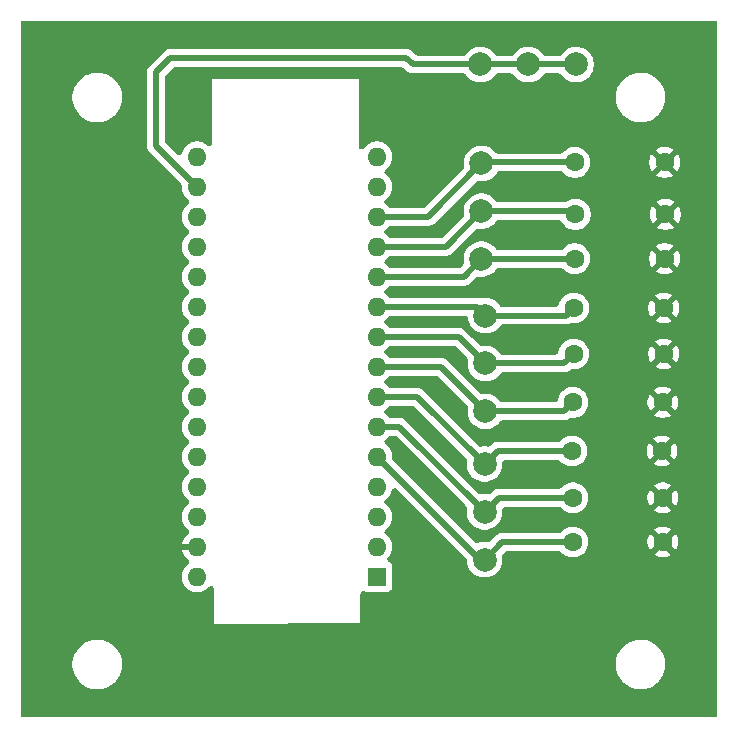
<source format=gbr>
%TF.GenerationSoftware,KiCad,Pcbnew,9.0.7*%
%TF.CreationDate,2026-02-25T23:19:57+02:00*%
%TF.ProjectId,clone-hero-arduino,636c6f6e-652d-4686-9572-6f2d61726475,1*%
%TF.SameCoordinates,Original*%
%TF.FileFunction,Copper,L1,Top*%
%TF.FilePolarity,Positive*%
%FSLAX46Y46*%
G04 Gerber Fmt 4.6, Leading zero omitted, Abs format (unit mm)*
G04 Created by KiCad (PCBNEW 9.0.7) date 2026-02-25 23:19:57*
%MOMM*%
%LPD*%
G01*
G04 APERTURE LIST*
%TA.AperFunction,ComponentPad*%
%ADD10C,2.000000*%
%TD*%
%TA.AperFunction,ComponentPad*%
%ADD11C,1.600000*%
%TD*%
%TA.AperFunction,ComponentPad*%
%ADD12O,1.600000X1.600000*%
%TD*%
%TA.AperFunction,ComponentPad*%
%ADD13R,1.600000X1.600000*%
%TD*%
%TA.AperFunction,Conductor*%
%ADD14C,0.500000*%
%TD*%
G04 APERTURE END LIST*
D10*
%TO.P,TP3,1,1*%
%TO.N,Net-(A1-D8)*%
X119526000Y-75684000D03*
%TD*%
D11*
%TO.P,R8,1*%
%TO.N,Net-(A1-D3)*%
X127261000Y-95897000D03*
%TO.P,R8,2*%
%TO.N,/GND*%
X134881000Y-95897000D03*
%TD*%
%TO.P,R9,1*%
%TO.N,Net-(A1-D2)*%
X127261000Y-99633000D03*
%TO.P,R9,2*%
%TO.N,/GND*%
X134881000Y-99633000D03*
%TD*%
%TO.P,R2,1*%
%TO.N,Net-(A1-D9)*%
X127485000Y-71910000D03*
%TO.P,R2,2*%
%TO.N,/GND*%
X135105000Y-71910000D03*
%TD*%
%TO.P,R4,1*%
%TO.N,Net-(A1-D7)*%
X127336000Y-79831000D03*
%TO.P,R4,2*%
%TO.N,/GND*%
X134956000Y-79831000D03*
%TD*%
%TO.P,R1,1*%
%TO.N,Net-(A1-D10)*%
X127410000Y-67501000D03*
%TO.P,R1,2*%
%TO.N,/GND*%
X135030000Y-67501000D03*
%TD*%
D10*
%TO.P,TP5,1,1*%
%TO.N,Net-(A1-D6)*%
X119862000Y-84524000D03*
%TD*%
D11*
%TO.P,R7,1*%
%TO.N,Net-(A1-D4)*%
X127186000Y-91936000D03*
%TO.P,R7,2*%
%TO.N,/GND*%
X134806000Y-91936000D03*
%TD*%
D12*
%TO.P,A1,30,VIN*%
%TO.N,unconnected-(A1-VIN-Pad30)*%
X95431000Y-102583000D03*
%TO.P,A1,29,GND*%
%TO.N,/GND*%
X95431000Y-100043000D03*
%TO.P,A1,28,~{RESET}*%
%TO.N,unconnected-(A1-~{RESET}-Pad28)*%
X95431000Y-97503000D03*
%TO.P,A1,27,+5V*%
%TO.N,unconnected-(A1-+5V-Pad27)*%
X95431000Y-94963000D03*
%TO.P,A1,26,A7*%
%TO.N,unconnected-(A1-A7-Pad26)*%
X95431000Y-92423000D03*
%TO.P,A1,25,A6*%
%TO.N,unconnected-(A1-A6-Pad25)*%
X95431000Y-89883000D03*
%TO.P,A1,24,SCL/A5*%
%TO.N,unconnected-(A1-SCL{slash}A5-Pad24)*%
X95431000Y-87343000D03*
%TO.P,A1,23,SDA/A4*%
%TO.N,unconnected-(A1-SDA{slash}A4-Pad23)*%
X95431000Y-84803000D03*
%TO.P,A1,22,A3*%
%TO.N,unconnected-(A1-A3-Pad22)*%
X95431000Y-82263000D03*
%TO.P,A1,21,A2*%
%TO.N,unconnected-(A1-A2-Pad21)*%
X95431000Y-79723000D03*
%TO.P,A1,20,A1*%
%TO.N,unconnected-(A1-A1-Pad20)*%
X95431000Y-77183000D03*
%TO.P,A1,19,A0*%
%TO.N,unconnected-(A1-A0-Pad19)*%
X95431000Y-74643000D03*
%TO.P,A1,18,AREF*%
%TO.N,unconnected-(A1-AREF-Pad18)*%
X95431000Y-72103000D03*
%TO.P,A1,17,3V3*%
%TO.N,/3V3*%
X95431000Y-69563000D03*
%TO.P,A1,16,SCK*%
%TO.N,unconnected-(A1-SCK-Pad16)*%
X95431000Y-67023000D03*
%TO.P,A1,15,MISO*%
%TO.N,unconnected-(A1-MISO-Pad15)*%
X110671000Y-67023000D03*
%TO.P,A1,14,MOSI*%
%TO.N,unconnected-(A1-MOSI-Pad14)*%
X110671000Y-69563000D03*
%TO.P,A1,13,D10*%
%TO.N,Net-(A1-D10)*%
X110671000Y-72103000D03*
%TO.P,A1,12,D9*%
%TO.N,Net-(A1-D9)*%
X110671000Y-74643000D03*
%TO.P,A1,11,D8*%
%TO.N,Net-(A1-D8)*%
X110671000Y-77183000D03*
%TO.P,A1,10,D7*%
%TO.N,Net-(A1-D7)*%
X110671000Y-79723000D03*
%TO.P,A1,9,D6*%
%TO.N,Net-(A1-D6)*%
X110671000Y-82263000D03*
%TO.P,A1,8,D5*%
%TO.N,Net-(A1-D5)*%
X110671000Y-84803000D03*
%TO.P,A1,7,D4*%
%TO.N,Net-(A1-D4)*%
X110671000Y-87343000D03*
%TO.P,A1,6,D3*%
%TO.N,Net-(A1-D3)*%
X110671000Y-89883000D03*
%TO.P,A1,5,D2*%
%TO.N,Net-(A1-D2)*%
X110671000Y-92423000D03*
%TO.P,A1,4,GND*%
%TO.N,/GND*%
X110671000Y-94963000D03*
%TO.P,A1,3,~{RESET}*%
%TO.N,unconnected-(A1-~{RESET}-Pad3)*%
X110671000Y-97503000D03*
%TO.P,A1,2,RX1*%
%TO.N,unconnected-(A1-RX1-Pad2)*%
X110671000Y-100043000D03*
D13*
%TO.P,A1,1,TX1*%
%TO.N,unconnected-(A1-TX1-Pad1)*%
X110671000Y-102583000D03*
%TD*%
D10*
%TO.P,TP4,1,1*%
%TO.N,Net-(A1-D7)*%
X119862000Y-80474000D03*
%TD*%
D11*
%TO.P,R3,1*%
%TO.N,Net-(A1-D8)*%
X127410000Y-75646000D03*
%TO.P,R3,2*%
%TO.N,/GND*%
X135030000Y-75646000D03*
%TD*%
D10*
%TO.P,TP1,1,1*%
%TO.N,Net-(A1-D10)*%
X119526000Y-67584000D03*
%TD*%
%TO.P,TP7,1,1*%
%TO.N,Net-(A1-D4)*%
X119787000Y-93043000D03*
%TD*%
%TO.P,TP8,1,1*%
%TO.N,Net-(A1-D3)*%
X119787000Y-97093000D03*
%TD*%
%TO.P,TP6,1,1*%
%TO.N,Net-(A1-D5)*%
X119862000Y-88574000D03*
%TD*%
%TO.P,TP2,1,1*%
%TO.N,Net-(A1-D9)*%
X119526000Y-71634000D03*
%TD*%
D11*
%TO.P,R6,1*%
%TO.N,Net-(A1-D5)*%
X127261000Y-87826000D03*
%TO.P,R6,2*%
%TO.N,/GND*%
X134881000Y-87826000D03*
%TD*%
%TO.P,R5,1*%
%TO.N,Net-(A1-D6)*%
X127336000Y-83716000D03*
%TO.P,R5,2*%
%TO.N,/GND*%
X134956000Y-83716000D03*
%TD*%
D10*
%TO.P,TP9,1,1*%
%TO.N,Net-(A1-D2)*%
X119787000Y-101143000D03*
%TD*%
%TO.P,TP12,1,1*%
%TO.N,/3V3*%
X127538000Y-59212000D03*
%TD*%
%TO.P,TP10,1,1*%
%TO.N,/3V3*%
X119438000Y-59212000D03*
%TD*%
%TO.P,TP11,1,1*%
%TO.N,/3V3*%
X123488000Y-59212000D03*
%TD*%
D14*
%TO.N,/3V3*%
X113705000Y-59212000D02*
X113149000Y-58656000D01*
X119438000Y-59212000D02*
X113705000Y-59212000D01*
X93196000Y-58656000D02*
X113149000Y-58656000D01*
X91968000Y-59884000D02*
X93196000Y-58656000D01*
X91968000Y-66100000D02*
X91968000Y-59884000D01*
X95431000Y-69563000D02*
X91968000Y-66100000D01*
%TO.N,Net-(A1-D5)*%
X126513000Y-88574000D02*
X127261000Y-87826000D01*
%TO.N,Net-(A1-D4)*%
X110671000Y-87343000D02*
X114087000Y-87343000D01*
%TO.N,Net-(A1-D2)*%
X110671000Y-92423000D02*
X119391000Y-101143000D01*
%TO.N,Net-(A1-D5)*%
X116091000Y-84803000D02*
X119862000Y-88574000D01*
%TO.N,Net-(A1-D4)*%
X120894000Y-91936000D02*
X127186000Y-91936000D01*
%TO.N,Net-(A1-D9)*%
X116517000Y-74643000D02*
X119526000Y-71634000D01*
%TO.N,Net-(A1-D3)*%
X110671000Y-89883000D02*
X112577000Y-89883000D01*
%TO.N,Net-(A1-D7)*%
X126693000Y-80474000D02*
X127336000Y-79831000D01*
%TO.N,/3V3*%
X119438000Y-59212000D02*
X123488000Y-59212000D01*
%TO.N,Net-(A1-D3)*%
X112577000Y-89883000D02*
X119787000Y-97093000D01*
%TO.N,Net-(A1-D7)*%
X110671000Y-79723000D02*
X119111000Y-79723000D01*
%TO.N,/3V3*%
X123488000Y-59212000D02*
X127538000Y-59212000D01*
%TO.N,Net-(A1-D8)*%
X118027000Y-77183000D02*
X119526000Y-75684000D01*
%TO.N,Net-(A1-D6)*%
X110671000Y-82263000D02*
X117601000Y-82263000D01*
%TO.N,Net-(A1-D2)*%
X119391000Y-101143000D02*
X119787000Y-101143000D01*
X121297000Y-99633000D02*
X127261000Y-99633000D01*
%TO.N,Net-(A1-D5)*%
X119862000Y-88574000D02*
X126513000Y-88574000D01*
%TO.N,Net-(A1-D3)*%
X127261000Y-95897000D02*
X120983000Y-95897000D01*
%TO.N,Net-(A1-D9)*%
X119526000Y-71634000D02*
X127209000Y-71634000D01*
%TO.N,Net-(A1-D7)*%
X119111000Y-79723000D02*
X119862000Y-80474000D01*
%TO.N,Net-(A1-D8)*%
X127372000Y-75684000D02*
X127410000Y-75646000D01*
%TO.N,Net-(A1-D7)*%
X119862000Y-80474000D02*
X126693000Y-80474000D01*
%TO.N,Net-(A1-D5)*%
X110671000Y-84803000D02*
X116091000Y-84803000D01*
%TO.N,Net-(A1-D2)*%
X119787000Y-101143000D02*
X121297000Y-99633000D01*
%TO.N,Net-(A1-D4)*%
X114087000Y-87343000D02*
X119787000Y-93043000D01*
X119787000Y-93043000D02*
X120894000Y-91936000D01*
%TO.N,Net-(A1-D9)*%
X127209000Y-71634000D02*
X127485000Y-71910000D01*
%TO.N,Net-(A1-D3)*%
X120983000Y-95897000D02*
X119787000Y-97093000D01*
%TO.N,Net-(A1-D8)*%
X110671000Y-77183000D02*
X118027000Y-77183000D01*
%TO.N,Net-(A1-D6)*%
X117601000Y-82263000D02*
X119862000Y-84524000D01*
X126528000Y-84524000D02*
X127336000Y-83716000D01*
X119862000Y-84524000D02*
X126528000Y-84524000D01*
%TO.N,Net-(A1-D8)*%
X119526000Y-75684000D02*
X127372000Y-75684000D01*
%TO.N,Net-(A1-D9)*%
X110671000Y-74643000D02*
X116517000Y-74643000D01*
%TO.N,Net-(A1-D10)*%
X119626000Y-67584000D02*
X119709000Y-67501000D01*
X110671000Y-72103000D02*
X115007000Y-72103000D01*
X115007000Y-72103000D02*
X119526000Y-67584000D01*
X119709000Y-67501000D02*
X127410000Y-67501000D01*
X119526000Y-67584000D02*
X119626000Y-67584000D01*
%TD*%
%TA.AperFunction,Conductor*%
%TO.N,/GND*%
G36*
X139345788Y-55519454D02*
G01*
X139426570Y-55573430D01*
X139480546Y-55654212D01*
X139499500Y-55749500D01*
X139499500Y-114250500D01*
X139480546Y-114345788D01*
X139426570Y-114426570D01*
X139345788Y-114480546D01*
X139250500Y-114499500D01*
X80749500Y-114499500D01*
X80654212Y-114480546D01*
X80573430Y-114426570D01*
X80519454Y-114345788D01*
X80500500Y-114250500D01*
X80500500Y-109862326D01*
X84899500Y-109862326D01*
X84899500Y-110137674D01*
X84935440Y-110410666D01*
X85006705Y-110676632D01*
X85112077Y-110931021D01*
X85112079Y-110931025D01*
X85112081Y-110931029D01*
X85249745Y-111169469D01*
X85249751Y-111169479D01*
X85417372Y-111387928D01*
X85612072Y-111582628D01*
X85830521Y-111750249D01*
X85830530Y-111750254D01*
X85830530Y-111750255D01*
X86068970Y-111887918D01*
X86068979Y-111887923D01*
X86323368Y-111993295D01*
X86589334Y-112064560D01*
X86862326Y-112100500D01*
X87137674Y-112100500D01*
X87410666Y-112064560D01*
X87676632Y-111993295D01*
X87931021Y-111887923D01*
X88169479Y-111750249D01*
X88387928Y-111582628D01*
X88582628Y-111387928D01*
X88750249Y-111169479D01*
X88887923Y-110931021D01*
X88993295Y-110676632D01*
X89064560Y-110410666D01*
X89100500Y-110137674D01*
X89100500Y-109862326D01*
X130899500Y-109862326D01*
X130899500Y-110137674D01*
X130935440Y-110410666D01*
X131006705Y-110676632D01*
X131112077Y-110931021D01*
X131112079Y-110931025D01*
X131112081Y-110931029D01*
X131249745Y-111169469D01*
X131249751Y-111169479D01*
X131417372Y-111387928D01*
X131612072Y-111582628D01*
X131830521Y-111750249D01*
X131830530Y-111750254D01*
X131830530Y-111750255D01*
X132068970Y-111887918D01*
X132068979Y-111887923D01*
X132323368Y-111993295D01*
X132589334Y-112064560D01*
X132862326Y-112100500D01*
X133137674Y-112100500D01*
X133410666Y-112064560D01*
X133676632Y-111993295D01*
X133931021Y-111887923D01*
X134169479Y-111750249D01*
X134387928Y-111582628D01*
X134582628Y-111387928D01*
X134750249Y-111169479D01*
X134887923Y-110931021D01*
X134993295Y-110676632D01*
X135064560Y-110410666D01*
X135100500Y-110137674D01*
X135100500Y-109862326D01*
X135064560Y-109589334D01*
X134993295Y-109323368D01*
X134887923Y-109068979D01*
X134750249Y-108830521D01*
X134582628Y-108612072D01*
X134387928Y-108417372D01*
X134169479Y-108249751D01*
X134169469Y-108249745D01*
X134169469Y-108249744D01*
X133931029Y-108112081D01*
X133931025Y-108112079D01*
X133931021Y-108112077D01*
X133676632Y-108006705D01*
X133676633Y-108006705D01*
X133676630Y-108006704D01*
X133561460Y-107975845D01*
X133410666Y-107935440D01*
X133410661Y-107935439D01*
X133410662Y-107935439D01*
X133137674Y-107899500D01*
X132862326Y-107899500D01*
X132589338Y-107935439D01*
X132323370Y-108006704D01*
X132323369Y-108006704D01*
X132149650Y-108078661D01*
X132068979Y-108112077D01*
X132068977Y-108112077D01*
X132068970Y-108112081D01*
X131830530Y-108249744D01*
X131830530Y-108249745D01*
X131830525Y-108249748D01*
X131830521Y-108249751D01*
X131666684Y-108375466D01*
X131612069Y-108417374D01*
X131417374Y-108612069D01*
X131417372Y-108612072D01*
X131249751Y-108830521D01*
X131249748Y-108830525D01*
X131249745Y-108830530D01*
X131249744Y-108830530D01*
X131112081Y-109068970D01*
X131006704Y-109323369D01*
X131006704Y-109323370D01*
X130935440Y-109589334D01*
X130899500Y-109862326D01*
X89100500Y-109862326D01*
X89064560Y-109589334D01*
X88993295Y-109323368D01*
X88887923Y-109068979D01*
X88750249Y-108830521D01*
X88582628Y-108612072D01*
X88387928Y-108417372D01*
X88169479Y-108249751D01*
X88169469Y-108249745D01*
X88169469Y-108249744D01*
X87931029Y-108112081D01*
X87931025Y-108112079D01*
X87931021Y-108112077D01*
X87676632Y-108006705D01*
X87676633Y-108006705D01*
X87676630Y-108006704D01*
X87561460Y-107975845D01*
X87410666Y-107935440D01*
X87410661Y-107935439D01*
X87410662Y-107935439D01*
X87137674Y-107899500D01*
X86862326Y-107899500D01*
X86589338Y-107935439D01*
X86323370Y-108006704D01*
X86323369Y-108006704D01*
X86149650Y-108078661D01*
X86068979Y-108112077D01*
X86068977Y-108112077D01*
X86068970Y-108112081D01*
X85830530Y-108249744D01*
X85830530Y-108249745D01*
X85830525Y-108249748D01*
X85830521Y-108249751D01*
X85666684Y-108375466D01*
X85612069Y-108417374D01*
X85417374Y-108612069D01*
X85417372Y-108612072D01*
X85249751Y-108830521D01*
X85249748Y-108830525D01*
X85249745Y-108830530D01*
X85249744Y-108830530D01*
X85112081Y-109068970D01*
X85006704Y-109323369D01*
X85006704Y-109323370D01*
X84935440Y-109589334D01*
X84899500Y-109862326D01*
X80500500Y-109862326D01*
X80500500Y-61862326D01*
X84899500Y-61862326D01*
X84899500Y-62137674D01*
X84935440Y-62410666D01*
X85006705Y-62676632D01*
X85112077Y-62931021D01*
X85112079Y-62931025D01*
X85112081Y-62931029D01*
X85249745Y-63169469D01*
X85249751Y-63169479D01*
X85417372Y-63387928D01*
X85612072Y-63582628D01*
X85830521Y-63750249D01*
X85830530Y-63750254D01*
X85830530Y-63750255D01*
X86068970Y-63887918D01*
X86068979Y-63887923D01*
X86323368Y-63993295D01*
X86589334Y-64064560D01*
X86862326Y-64100500D01*
X87137674Y-64100500D01*
X87410666Y-64064560D01*
X87676632Y-63993295D01*
X87931021Y-63887923D01*
X88169479Y-63750249D01*
X88387928Y-63582628D01*
X88582628Y-63387928D01*
X88750249Y-63169479D01*
X88887923Y-62931021D01*
X88993295Y-62676632D01*
X89064560Y-62410666D01*
X89100500Y-62137674D01*
X89100500Y-61862326D01*
X89064560Y-61589334D01*
X88993295Y-61323368D01*
X88887923Y-61068979D01*
X88750249Y-60830521D01*
X88582628Y-60612072D01*
X88387928Y-60417372D01*
X88169479Y-60249751D01*
X88169469Y-60249745D01*
X88169469Y-60249744D01*
X87931029Y-60112081D01*
X87931025Y-60112079D01*
X87931021Y-60112077D01*
X87727787Y-60027894D01*
X87727786Y-60027893D01*
X87676636Y-60006706D01*
X87676629Y-60006704D01*
X87582393Y-59981454D01*
X87410666Y-59935440D01*
X87410661Y-59935439D01*
X87410662Y-59935439D01*
X87137674Y-59899500D01*
X86862326Y-59899500D01*
X86589338Y-59935439D01*
X86323370Y-60006704D01*
X86323369Y-60006704D01*
X86182289Y-60065142D01*
X86068979Y-60112077D01*
X86068977Y-60112077D01*
X86068970Y-60112081D01*
X85830530Y-60249744D01*
X85830530Y-60249745D01*
X85830525Y-60249748D01*
X85830521Y-60249751D01*
X85691380Y-60356517D01*
X85612069Y-60417374D01*
X85417374Y-60612069D01*
X85417372Y-60612072D01*
X85249751Y-60830521D01*
X85249748Y-60830525D01*
X85249745Y-60830530D01*
X85249744Y-60830530D01*
X85112081Y-61068970D01*
X85006704Y-61323369D01*
X85006704Y-61323370D01*
X84935440Y-61589334D01*
X84899500Y-61862326D01*
X80500500Y-61862326D01*
X80500500Y-59810079D01*
X91217500Y-59810079D01*
X91217500Y-66173920D01*
X91246341Y-66318911D01*
X91260701Y-66353578D01*
X91302916Y-66455495D01*
X91335813Y-66504729D01*
X91385048Y-66578416D01*
X92780356Y-67973723D01*
X94059490Y-69252857D01*
X94113466Y-69333639D01*
X94132420Y-69428927D01*
X94130695Y-69450845D01*
X94131268Y-69450891D01*
X94130500Y-69460650D01*
X94130500Y-69665361D01*
X94162522Y-69867531D01*
X94225778Y-70062214D01*
X94225782Y-70062224D01*
X94318711Y-70244607D01*
X94318713Y-70244610D01*
X94439033Y-70410218D01*
X94439035Y-70410220D01*
X94583781Y-70554966D01*
X94583785Y-70554969D01*
X94689196Y-70631555D01*
X94755145Y-70702898D01*
X94788772Y-70794048D01*
X94784958Y-70891128D01*
X94744283Y-70979358D01*
X94689196Y-71034445D01*
X94583785Y-71111030D01*
X94583781Y-71111033D01*
X94439035Y-71255779D01*
X94318711Y-71421392D01*
X94225782Y-71603775D01*
X94225778Y-71603785D01*
X94162522Y-71798468D01*
X94130500Y-72000638D01*
X94130500Y-72205361D01*
X94162522Y-72407531D01*
X94225778Y-72602214D01*
X94225782Y-72602224D01*
X94315608Y-72778517D01*
X94318713Y-72784610D01*
X94439033Y-72950218D01*
X94439035Y-72950220D01*
X94583781Y-73094966D01*
X94583785Y-73094969D01*
X94689196Y-73171555D01*
X94755145Y-73242898D01*
X94788772Y-73334048D01*
X94784958Y-73431128D01*
X94744283Y-73519358D01*
X94689196Y-73574445D01*
X94583785Y-73651030D01*
X94583781Y-73651033D01*
X94439035Y-73795779D01*
X94318711Y-73961392D01*
X94225782Y-74143775D01*
X94225778Y-74143785D01*
X94162522Y-74338468D01*
X94130500Y-74540638D01*
X94130500Y-74745361D01*
X94162522Y-74947531D01*
X94225778Y-75142214D01*
X94225782Y-75142224D01*
X94318711Y-75324607D01*
X94318713Y-75324610D01*
X94439033Y-75490218D01*
X94439035Y-75490220D01*
X94583781Y-75634966D01*
X94583785Y-75634969D01*
X94689196Y-75711555D01*
X94755145Y-75782898D01*
X94788772Y-75874048D01*
X94784958Y-75971128D01*
X94744283Y-76059358D01*
X94689196Y-76114445D01*
X94583785Y-76191030D01*
X94583781Y-76191033D01*
X94439035Y-76335779D01*
X94318711Y-76501392D01*
X94225782Y-76683775D01*
X94225778Y-76683785D01*
X94162522Y-76878468D01*
X94130500Y-77080638D01*
X94130500Y-77285361D01*
X94162522Y-77487531D01*
X94225778Y-77682214D01*
X94225782Y-77682224D01*
X94318711Y-77864607D01*
X94318713Y-77864610D01*
X94439033Y-78030218D01*
X94439035Y-78030220D01*
X94583781Y-78174966D01*
X94583785Y-78174969D01*
X94689196Y-78251555D01*
X94755145Y-78322898D01*
X94788772Y-78414048D01*
X94784958Y-78511128D01*
X94744283Y-78599358D01*
X94689196Y-78654445D01*
X94583785Y-78731030D01*
X94583781Y-78731033D01*
X94439035Y-78875779D01*
X94318711Y-79041392D01*
X94225782Y-79223775D01*
X94225778Y-79223785D01*
X94162522Y-79418468D01*
X94130500Y-79620638D01*
X94130500Y-79825361D01*
X94162522Y-80027531D01*
X94225778Y-80222214D01*
X94225782Y-80222224D01*
X94280811Y-80330224D01*
X94318713Y-80404610D01*
X94439033Y-80570218D01*
X94439035Y-80570220D01*
X94583781Y-80714966D01*
X94583785Y-80714969D01*
X94689196Y-80791555D01*
X94755145Y-80862898D01*
X94788772Y-80954048D01*
X94784958Y-81051128D01*
X94744283Y-81139358D01*
X94689196Y-81194445D01*
X94583785Y-81271030D01*
X94583781Y-81271033D01*
X94439035Y-81415779D01*
X94318711Y-81581392D01*
X94225782Y-81763775D01*
X94225778Y-81763785D01*
X94162522Y-81958468D01*
X94130500Y-82160638D01*
X94130500Y-82365361D01*
X94162522Y-82567531D01*
X94225778Y-82762214D01*
X94225782Y-82762224D01*
X94284662Y-82877782D01*
X94318713Y-82944610D01*
X94439033Y-83110218D01*
X94439035Y-83110220D01*
X94583781Y-83254966D01*
X94583785Y-83254969D01*
X94689196Y-83331555D01*
X94755145Y-83402898D01*
X94788772Y-83494048D01*
X94784958Y-83591128D01*
X94744283Y-83679358D01*
X94689196Y-83734445D01*
X94583785Y-83811030D01*
X94583781Y-83811033D01*
X94439035Y-83955779D01*
X94318711Y-84121392D01*
X94225782Y-84303775D01*
X94225778Y-84303785D01*
X94162522Y-84498468D01*
X94130500Y-84700638D01*
X94130500Y-84905361D01*
X94162522Y-85107531D01*
X94225778Y-85302214D01*
X94225782Y-85302224D01*
X94229965Y-85310433D01*
X94318713Y-85484610D01*
X94439033Y-85650218D01*
X94439035Y-85650220D01*
X94583781Y-85794966D01*
X94583785Y-85794969D01*
X94689196Y-85871555D01*
X94755145Y-85942898D01*
X94788772Y-86034048D01*
X94784958Y-86131128D01*
X94744283Y-86219358D01*
X94689196Y-86274445D01*
X94583785Y-86351030D01*
X94583781Y-86351033D01*
X94439035Y-86495779D01*
X94318711Y-86661392D01*
X94225782Y-86843775D01*
X94225778Y-86843785D01*
X94162522Y-87038468D01*
X94130500Y-87240638D01*
X94130500Y-87445361D01*
X94162522Y-87647531D01*
X94225778Y-87842214D01*
X94225782Y-87842224D01*
X94318711Y-88024607D01*
X94318713Y-88024610D01*
X94439033Y-88190218D01*
X94439035Y-88190220D01*
X94583781Y-88334966D01*
X94583785Y-88334969D01*
X94689196Y-88411555D01*
X94755145Y-88482898D01*
X94788772Y-88574048D01*
X94784958Y-88671128D01*
X94744283Y-88759358D01*
X94689196Y-88814445D01*
X94583785Y-88891030D01*
X94583781Y-88891033D01*
X94439035Y-89035779D01*
X94318711Y-89201392D01*
X94225782Y-89383775D01*
X94225778Y-89383785D01*
X94162522Y-89578468D01*
X94130500Y-89780638D01*
X94130500Y-89985361D01*
X94162522Y-90187531D01*
X94225778Y-90382214D01*
X94225782Y-90382224D01*
X94318711Y-90564607D01*
X94318713Y-90564610D01*
X94421750Y-90706430D01*
X94439035Y-90730220D01*
X94583781Y-90874966D01*
X94583785Y-90874969D01*
X94689196Y-90951555D01*
X94755145Y-91022898D01*
X94788772Y-91114048D01*
X94784958Y-91211128D01*
X94744283Y-91299358D01*
X94689196Y-91354445D01*
X94583785Y-91431030D01*
X94583781Y-91431033D01*
X94439035Y-91575779D01*
X94318711Y-91741392D01*
X94225782Y-91923775D01*
X94225778Y-91923785D01*
X94162522Y-92118468D01*
X94130500Y-92320638D01*
X94130500Y-92525361D01*
X94162522Y-92727531D01*
X94225778Y-92922214D01*
X94225778Y-92922215D01*
X94225779Y-92922218D01*
X94225780Y-92922219D01*
X94318713Y-93104610D01*
X94434742Y-93264312D01*
X94439035Y-93270220D01*
X94583781Y-93414966D01*
X94583785Y-93414969D01*
X94689196Y-93491555D01*
X94755145Y-93562898D01*
X94788772Y-93654048D01*
X94784958Y-93751128D01*
X94744283Y-93839358D01*
X94689196Y-93894445D01*
X94583785Y-93971030D01*
X94583781Y-93971033D01*
X94439035Y-94115779D01*
X94318711Y-94281392D01*
X94225782Y-94463775D01*
X94225778Y-94463785D01*
X94162522Y-94658468D01*
X94130500Y-94860638D01*
X94130500Y-95065361D01*
X94162522Y-95267531D01*
X94225778Y-95462214D01*
X94225782Y-95462224D01*
X94318582Y-95644353D01*
X94318713Y-95644610D01*
X94438794Y-95809889D01*
X94439035Y-95810220D01*
X94583781Y-95954966D01*
X94583785Y-95954969D01*
X94689196Y-96031555D01*
X94755145Y-96102898D01*
X94788772Y-96194048D01*
X94784958Y-96291128D01*
X94744283Y-96379358D01*
X94689196Y-96434445D01*
X94583785Y-96511030D01*
X94583781Y-96511033D01*
X94439035Y-96655779D01*
X94318711Y-96821392D01*
X94225782Y-97003775D01*
X94225778Y-97003785D01*
X94162522Y-97198468D01*
X94130500Y-97400638D01*
X94130500Y-97605361D01*
X94162522Y-97807531D01*
X94225778Y-98002214D01*
X94225782Y-98002224D01*
X94260576Y-98070510D01*
X94318713Y-98184610D01*
X94439034Y-98350219D01*
X94583781Y-98494966D01*
X94689622Y-98571863D01*
X94755570Y-98643205D01*
X94789197Y-98734355D01*
X94785383Y-98831435D01*
X94744709Y-98919666D01*
X94689623Y-98974752D01*
X94584111Y-99051411D01*
X94439412Y-99196110D01*
X94319142Y-99361646D01*
X94226242Y-99543974D01*
X94226240Y-99543980D01*
X94163011Y-99738579D01*
X94163007Y-99738593D01*
X94154390Y-99792999D01*
X94154392Y-99793000D01*
X94997988Y-99793000D01*
X94965075Y-99850007D01*
X94931000Y-99977174D01*
X94931000Y-100108826D01*
X94965075Y-100235993D01*
X94997988Y-100293000D01*
X94154391Y-100293000D01*
X94163007Y-100347406D01*
X94163011Y-100347420D01*
X94226240Y-100542019D01*
X94226242Y-100542025D01*
X94319142Y-100724353D01*
X94439412Y-100889889D01*
X94584110Y-101034587D01*
X94689622Y-101111246D01*
X94755570Y-101182589D01*
X94789197Y-101273739D01*
X94785383Y-101370819D01*
X94744708Y-101459050D01*
X94689622Y-101514136D01*
X94583780Y-101591034D01*
X94439035Y-101735779D01*
X94318711Y-101901392D01*
X94225782Y-102083775D01*
X94225778Y-102083785D01*
X94162522Y-102278468D01*
X94130500Y-102480638D01*
X94130500Y-102685361D01*
X94162522Y-102887531D01*
X94225778Y-103082214D01*
X94225782Y-103082224D01*
X94318711Y-103264607D01*
X94318713Y-103264610D01*
X94439034Y-103430219D01*
X94583781Y-103574966D01*
X94749390Y-103695287D01*
X94931781Y-103788220D01*
X95126466Y-103851477D01*
X95197575Y-103862739D01*
X95328638Y-103883499D01*
X95328645Y-103883499D01*
X95328648Y-103883500D01*
X95328651Y-103883500D01*
X95533349Y-103883500D01*
X95533352Y-103883500D01*
X95533355Y-103883499D01*
X95533361Y-103883499D01*
X95628870Y-103868371D01*
X95735534Y-103851477D01*
X95930219Y-103788220D01*
X96112610Y-103695287D01*
X96278219Y-103574966D01*
X96422966Y-103430219D01*
X96422969Y-103430214D01*
X96425829Y-103426867D01*
X96428140Y-103425044D01*
X96429884Y-103423301D01*
X96430090Y-103423507D01*
X96502123Y-103366715D01*
X96595629Y-103340339D01*
X96692111Y-103351753D01*
X96776881Y-103399221D01*
X96837033Y-103475515D01*
X96863409Y-103569021D01*
X96864177Y-103587761D01*
X96873999Y-106611999D01*
X96873999Y-106611998D01*
X96874000Y-106612000D01*
X109278000Y-106512000D01*
X109270035Y-104051431D01*
X109288680Y-103956090D01*
X109342394Y-103875134D01*
X109423001Y-103820897D01*
X109518227Y-103801634D01*
X109613576Y-103820280D01*
X109622141Y-103824360D01*
X109628665Y-103826793D01*
X109628669Y-103826796D01*
X109763517Y-103877091D01*
X109823127Y-103883500D01*
X111518872Y-103883499D01*
X111578483Y-103877091D01*
X111713331Y-103826796D01*
X111828546Y-103740546D01*
X111914796Y-103625331D01*
X111965091Y-103490483D01*
X111971500Y-103430873D01*
X111971499Y-101735128D01*
X111965091Y-101675517D01*
X111914796Y-101540669D01*
X111828546Y-101425454D01*
X111713331Y-101339204D01*
X111712656Y-101338952D01*
X111711026Y-101337945D01*
X111697702Y-101330670D01*
X111698091Y-101329955D01*
X111630002Y-101287896D01*
X111573175Y-101209094D01*
X111550831Y-101114543D01*
X111566370Y-101018639D01*
X111617428Y-100935982D01*
X111623604Y-100929581D01*
X111662962Y-100890223D01*
X111662966Y-100890219D01*
X111783287Y-100724610D01*
X111876220Y-100542219D01*
X111939477Y-100347534D01*
X111971500Y-100145352D01*
X111971500Y-99940648D01*
X111971499Y-99940645D01*
X111971499Y-99940638D01*
X111948114Y-99792999D01*
X111939477Y-99738466D01*
X111876220Y-99543781D01*
X111783287Y-99361390D01*
X111662966Y-99195781D01*
X111518219Y-99051034D01*
X111412801Y-98974444D01*
X111346854Y-98903103D01*
X111313227Y-98811953D01*
X111317041Y-98714873D01*
X111357715Y-98626642D01*
X111412800Y-98571556D01*
X111518219Y-98494966D01*
X111662966Y-98350219D01*
X111783287Y-98184610D01*
X111876220Y-98002219D01*
X111939477Y-97807534D01*
X111971500Y-97605352D01*
X111971500Y-97400648D01*
X111971499Y-97400645D01*
X111971499Y-97400638D01*
X111950739Y-97269575D01*
X111939477Y-97198466D01*
X111876220Y-97003781D01*
X111861510Y-96974912D01*
X111783288Y-96821392D01*
X111783287Y-96821390D01*
X111662966Y-96655781D01*
X111518219Y-96511034D01*
X111412376Y-96434135D01*
X111346429Y-96362794D01*
X111312802Y-96271644D01*
X111316616Y-96174564D01*
X111357290Y-96086333D01*
X111412378Y-96031245D01*
X111517891Y-95954585D01*
X111662587Y-95809889D01*
X111782857Y-95644353D01*
X111875757Y-95462025D01*
X111875759Y-95462019D01*
X111939738Y-95265113D01*
X111987209Y-95180346D01*
X112063507Y-95120198D01*
X112157014Y-95093826D01*
X112253496Y-95105245D01*
X112338263Y-95152716D01*
X112352621Y-95165988D01*
X118213570Y-101026937D01*
X118267546Y-101107719D01*
X118286500Y-101203007D01*
X118286500Y-101261087D01*
X118286501Y-101261103D01*
X118317853Y-101459050D01*
X118323447Y-101494368D01*
X118347678Y-101568942D01*
X118382306Y-101675519D01*
X118396432Y-101718992D01*
X118407217Y-101740158D01*
X118503659Y-101929437D01*
X118642478Y-102120504D01*
X118642480Y-102120506D01*
X118642483Y-102120510D01*
X118809490Y-102287517D01*
X118809493Y-102287519D01*
X118809495Y-102287521D01*
X119000562Y-102426340D01*
X119000564Y-102426341D01*
X119000567Y-102426343D01*
X119211008Y-102533568D01*
X119435632Y-102606553D01*
X119668908Y-102643500D01*
X119668912Y-102643500D01*
X119905088Y-102643500D01*
X119905092Y-102643500D01*
X120138368Y-102606553D01*
X120362992Y-102533568D01*
X120573433Y-102426343D01*
X120764510Y-102287517D01*
X120931517Y-102120510D01*
X121070343Y-101929433D01*
X121177568Y-101718992D01*
X121250553Y-101494368D01*
X121287500Y-101261092D01*
X121287500Y-101024908D01*
X121273023Y-100933500D01*
X121263452Y-100873071D01*
X121264224Y-100853414D01*
X121260386Y-100834118D01*
X121266113Y-100805323D01*
X121267266Y-100775991D01*
X121275501Y-100758126D01*
X121279340Y-100738830D01*
X121295650Y-100714419D01*
X121307941Y-100687760D01*
X121333317Y-100658049D01*
X121534937Y-100456430D01*
X121615718Y-100402454D01*
X121711006Y-100383500D01*
X126071892Y-100383500D01*
X126167180Y-100402454D01*
X126247962Y-100456430D01*
X126262248Y-100473159D01*
X126262686Y-100472786D01*
X126269030Y-100480214D01*
X126269034Y-100480219D01*
X126413781Y-100624966D01*
X126579390Y-100745287D01*
X126579392Y-100745288D01*
X126708845Y-100811248D01*
X126761781Y-100838220D01*
X126956466Y-100901477D01*
X127027575Y-100912739D01*
X127158638Y-100933499D01*
X127158645Y-100933499D01*
X127158648Y-100933500D01*
X127158651Y-100933500D01*
X127363349Y-100933500D01*
X127363352Y-100933500D01*
X127363355Y-100933499D01*
X127363361Y-100933499D01*
X127458870Y-100918371D01*
X127565534Y-100901477D01*
X127760219Y-100838220D01*
X127942610Y-100745287D01*
X128108219Y-100624966D01*
X128252966Y-100480219D01*
X128255834Y-100476270D01*
X128259510Y-100471213D01*
X128347570Y-100350007D01*
X128373287Y-100314610D01*
X128466220Y-100132219D01*
X128529477Y-99937534D01*
X128552369Y-99793000D01*
X128561499Y-99735361D01*
X128561500Y-99735349D01*
X128561500Y-99530692D01*
X133581000Y-99530692D01*
X133581000Y-99735307D01*
X133581001Y-99735323D01*
X133613009Y-99937413D01*
X133676240Y-100132019D01*
X133676242Y-100132025D01*
X133769140Y-100314350D01*
X133801523Y-100358920D01*
X133801524Y-100358920D01*
X134481000Y-99679444D01*
X134481000Y-99685661D01*
X134508259Y-99787394D01*
X134560920Y-99878606D01*
X134635394Y-99953080D01*
X134726606Y-100005741D01*
X134828339Y-100033000D01*
X134834554Y-100033000D01*
X134155078Y-100712474D01*
X134155078Y-100712475D01*
X134199652Y-100744860D01*
X134381974Y-100837757D01*
X134381980Y-100837759D01*
X134576586Y-100900990D01*
X134778676Y-100932998D01*
X134778692Y-100933000D01*
X134983308Y-100933000D01*
X134983323Y-100932998D01*
X135185413Y-100900990D01*
X135380019Y-100837759D01*
X135380025Y-100837757D01*
X135562342Y-100744863D01*
X135562347Y-100744859D01*
X135606920Y-100712474D01*
X135606921Y-100712474D01*
X134927446Y-100033000D01*
X134933661Y-100033000D01*
X135035394Y-100005741D01*
X135126606Y-99953080D01*
X135201080Y-99878606D01*
X135253741Y-99787394D01*
X135281000Y-99685661D01*
X135281000Y-99679446D01*
X135960474Y-100358921D01*
X135960474Y-100358920D01*
X135992859Y-100314347D01*
X135992863Y-100314342D01*
X136085757Y-100132025D01*
X136085759Y-100132019D01*
X136148990Y-99937413D01*
X136180998Y-99735323D01*
X136181000Y-99735307D01*
X136181000Y-99530692D01*
X136180998Y-99530676D01*
X136148990Y-99328586D01*
X136085759Y-99133980D01*
X136085757Y-99133974D01*
X135992860Y-98951652D01*
X135960474Y-98907078D01*
X135281000Y-99586552D01*
X135281000Y-99580339D01*
X135253741Y-99478606D01*
X135201080Y-99387394D01*
X135126606Y-99312920D01*
X135035394Y-99260259D01*
X134933661Y-99233000D01*
X134927445Y-99233000D01*
X135606920Y-98553524D01*
X135606920Y-98553523D01*
X135562350Y-98521140D01*
X135380025Y-98428242D01*
X135380019Y-98428240D01*
X135185413Y-98365009D01*
X134983323Y-98333001D01*
X134983308Y-98333000D01*
X134778692Y-98333000D01*
X134778676Y-98333001D01*
X134576586Y-98365009D01*
X134381980Y-98428240D01*
X134381974Y-98428242D01*
X134199647Y-98521142D01*
X134155078Y-98553523D01*
X134834555Y-99233000D01*
X134828339Y-99233000D01*
X134726606Y-99260259D01*
X134635394Y-99312920D01*
X134560920Y-99387394D01*
X134508259Y-99478606D01*
X134481000Y-99580339D01*
X134481000Y-99586555D01*
X133801523Y-98907078D01*
X133769142Y-98951647D01*
X133676242Y-99133974D01*
X133676240Y-99133980D01*
X133613009Y-99328586D01*
X133581001Y-99530676D01*
X133581000Y-99530692D01*
X128561500Y-99530692D01*
X128561500Y-99530650D01*
X128561499Y-99530638D01*
X128529477Y-99328468D01*
X128529477Y-99328466D01*
X128466220Y-99133781D01*
X128373287Y-98951390D01*
X128252966Y-98785781D01*
X128108219Y-98641034D01*
X127942610Y-98520713D01*
X127942609Y-98520712D01*
X127942607Y-98520711D01*
X127760224Y-98427782D01*
X127760214Y-98427778D01*
X127565531Y-98364522D01*
X127363361Y-98332500D01*
X127363352Y-98332500D01*
X127158648Y-98332500D01*
X127158638Y-98332500D01*
X126956468Y-98364522D01*
X126761785Y-98427778D01*
X126761775Y-98427782D01*
X126579392Y-98520711D01*
X126413779Y-98641035D01*
X126269033Y-98785781D01*
X126262686Y-98793214D01*
X126260710Y-98791526D01*
X126202013Y-98845796D01*
X126110866Y-98879431D01*
X126071892Y-98882500D01*
X121223079Y-98882500D01*
X121078088Y-98911341D01*
X120941507Y-98967915D01*
X120941503Y-98967917D01*
X120818585Y-99050048D01*
X120818583Y-99050049D01*
X120271948Y-99596683D01*
X120191167Y-99650659D01*
X120095879Y-99669613D01*
X120056928Y-99666548D01*
X119905092Y-99642500D01*
X119668908Y-99642500D01*
X119668905Y-99642500D01*
X119668896Y-99642501D01*
X119435635Y-99679446D01*
X119243511Y-99741871D01*
X119147030Y-99753290D01*
X119053522Y-99726919D01*
X118990496Y-99681128D01*
X112042510Y-92733143D01*
X111988534Y-92652361D01*
X111969580Y-92557073D01*
X111971305Y-92535155D01*
X111970732Y-92535110D01*
X111971500Y-92525350D01*
X111971500Y-92320650D01*
X111971499Y-92320638D01*
X111939477Y-92118468D01*
X111939477Y-92118466D01*
X111876220Y-91923781D01*
X111783287Y-91741390D01*
X111662966Y-91575781D01*
X111518219Y-91431034D01*
X111412801Y-91354444D01*
X111394985Y-91335171D01*
X111373973Y-91319452D01*
X111362332Y-91299847D01*
X111346854Y-91283103D01*
X111337770Y-91258480D01*
X111324371Y-91235914D01*
X111321118Y-91213344D01*
X111313227Y-91191953D01*
X111314257Y-91165728D01*
X111310514Y-91139752D01*
X111316145Y-91117657D01*
X111317041Y-91094873D01*
X111328028Y-91071038D01*
X111334511Y-91045607D01*
X111346257Y-91031495D01*
X111357715Y-91006642D01*
X111392709Y-90967812D01*
X111402334Y-90959160D01*
X111518219Y-90874966D01*
X111662966Y-90730219D01*
X111674109Y-90714880D01*
X111693656Y-90697312D01*
X111713252Y-90685676D01*
X111729987Y-90670204D01*
X111754618Y-90661114D01*
X111777194Y-90647710D01*
X111799751Y-90644459D01*
X111821134Y-90636569D01*
X111860108Y-90633500D01*
X112162992Y-90633500D01*
X112258280Y-90652454D01*
X112339062Y-90706430D01*
X118240683Y-96608051D01*
X118294659Y-96688833D01*
X118313613Y-96784121D01*
X118310548Y-96823072D01*
X118286500Y-96974907D01*
X118286500Y-97211087D01*
X118286501Y-97211103D01*
X118323446Y-97444364D01*
X118323447Y-97444368D01*
X118396432Y-97668992D01*
X118467021Y-97807531D01*
X118503659Y-97879437D01*
X118642478Y-98070504D01*
X118642480Y-98070506D01*
X118642483Y-98070510D01*
X118809490Y-98237517D01*
X118809493Y-98237519D01*
X118809495Y-98237521D01*
X119000562Y-98376340D01*
X119000564Y-98376341D01*
X119000567Y-98376343D01*
X119211008Y-98483568D01*
X119435632Y-98556553D01*
X119668908Y-98593500D01*
X119668912Y-98593500D01*
X119905088Y-98593500D01*
X119905092Y-98593500D01*
X120138368Y-98556553D01*
X120362992Y-98483568D01*
X120573433Y-98376343D01*
X120764510Y-98237517D01*
X120931517Y-98070510D01*
X121070343Y-97879433D01*
X121177568Y-97668992D01*
X121250553Y-97444368D01*
X121287500Y-97211092D01*
X121287500Y-96974908D01*
X121281251Y-96935453D01*
X121285065Y-96838374D01*
X121325739Y-96750143D01*
X121397082Y-96684193D01*
X121488231Y-96650566D01*
X121527185Y-96647500D01*
X126071892Y-96647500D01*
X126167180Y-96666454D01*
X126247962Y-96720430D01*
X126262248Y-96737159D01*
X126262686Y-96736786D01*
X126269030Y-96744214D01*
X126269034Y-96744219D01*
X126413781Y-96888966D01*
X126579390Y-97009287D01*
X126761781Y-97102220D01*
X126956466Y-97165477D01*
X127027575Y-97176739D01*
X127158638Y-97197499D01*
X127158645Y-97197499D01*
X127158648Y-97197500D01*
X127158651Y-97197500D01*
X127363349Y-97197500D01*
X127363352Y-97197500D01*
X127363355Y-97197499D01*
X127363361Y-97197499D01*
X127458870Y-97182371D01*
X127565534Y-97165477D01*
X127760219Y-97102220D01*
X127942610Y-97009287D01*
X128108219Y-96888966D01*
X128252966Y-96744219D01*
X128255834Y-96740270D01*
X128259510Y-96735213D01*
X128373286Y-96578611D01*
X128373287Y-96578610D01*
X128466220Y-96396219D01*
X128529477Y-96201534D01*
X128549473Y-96075287D01*
X128561499Y-95999361D01*
X128561500Y-95999349D01*
X128561500Y-95794692D01*
X133581000Y-95794692D01*
X133581000Y-95999307D01*
X133581001Y-95999323D01*
X133613009Y-96201413D01*
X133676240Y-96396019D01*
X133676242Y-96396025D01*
X133769140Y-96578350D01*
X133801523Y-96622920D01*
X133801524Y-96622920D01*
X134481000Y-95943444D01*
X134481000Y-95949661D01*
X134508259Y-96051394D01*
X134560920Y-96142606D01*
X134635394Y-96217080D01*
X134726606Y-96269741D01*
X134828339Y-96297000D01*
X134834554Y-96297000D01*
X134155078Y-96976474D01*
X134155078Y-96976475D01*
X134199652Y-97008860D01*
X134381974Y-97101757D01*
X134381980Y-97101759D01*
X134576586Y-97164990D01*
X134778676Y-97196998D01*
X134778692Y-97197000D01*
X134983308Y-97197000D01*
X134983323Y-97196998D01*
X135185413Y-97164990D01*
X135380019Y-97101759D01*
X135380025Y-97101757D01*
X135562342Y-97008863D01*
X135562347Y-97008859D01*
X135606920Y-96976474D01*
X135606921Y-96976474D01*
X134927446Y-96297000D01*
X134933661Y-96297000D01*
X135035394Y-96269741D01*
X135126606Y-96217080D01*
X135201080Y-96142606D01*
X135253741Y-96051394D01*
X135281000Y-95949661D01*
X135281000Y-95943446D01*
X135960474Y-96622921D01*
X135960474Y-96622920D01*
X135992859Y-96578347D01*
X135992863Y-96578342D01*
X136085757Y-96396025D01*
X136085759Y-96396019D01*
X136148990Y-96201413D01*
X136180998Y-95999323D01*
X136181000Y-95999307D01*
X136181000Y-95794692D01*
X136180998Y-95794676D01*
X136148990Y-95592586D01*
X136085759Y-95397980D01*
X136085757Y-95397974D01*
X135992860Y-95215652D01*
X135960474Y-95171078D01*
X135281000Y-95850552D01*
X135281000Y-95844339D01*
X135253741Y-95742606D01*
X135201080Y-95651394D01*
X135126606Y-95576920D01*
X135035394Y-95524259D01*
X134933661Y-95497000D01*
X134927445Y-95497000D01*
X135606920Y-94817524D01*
X135606920Y-94817523D01*
X135562350Y-94785140D01*
X135380025Y-94692242D01*
X135380019Y-94692240D01*
X135185413Y-94629009D01*
X134983323Y-94597001D01*
X134983308Y-94597000D01*
X134778692Y-94597000D01*
X134778676Y-94597001D01*
X134576586Y-94629009D01*
X134381980Y-94692240D01*
X134381974Y-94692242D01*
X134199647Y-94785142D01*
X134155078Y-94817523D01*
X134834555Y-95497000D01*
X134828339Y-95497000D01*
X134726606Y-95524259D01*
X134635394Y-95576920D01*
X134560920Y-95651394D01*
X134508259Y-95742606D01*
X134481000Y-95844339D01*
X134481000Y-95850555D01*
X133801523Y-95171078D01*
X133769142Y-95215647D01*
X133676242Y-95397974D01*
X133676240Y-95397980D01*
X133613009Y-95592586D01*
X133581001Y-95794676D01*
X133581000Y-95794692D01*
X128561500Y-95794692D01*
X128561500Y-95794650D01*
X128561499Y-95794638D01*
X128532687Y-95612733D01*
X128529477Y-95592466D01*
X128466220Y-95397781D01*
X128373287Y-95215390D01*
X128252966Y-95049781D01*
X128108219Y-94905034D01*
X127942610Y-94784713D01*
X127942609Y-94784712D01*
X127942607Y-94784711D01*
X127760224Y-94691782D01*
X127760214Y-94691778D01*
X127565531Y-94628522D01*
X127363361Y-94596500D01*
X127363352Y-94596500D01*
X127158648Y-94596500D01*
X127158638Y-94596500D01*
X126956468Y-94628522D01*
X126761785Y-94691778D01*
X126761775Y-94691782D01*
X126579392Y-94784711D01*
X126413779Y-94905035D01*
X126269033Y-95049781D01*
X126262686Y-95057214D01*
X126260710Y-95055526D01*
X126202013Y-95109796D01*
X126110866Y-95143431D01*
X126071892Y-95146500D01*
X120909079Y-95146500D01*
X120764088Y-95175341D01*
X120627507Y-95231915D01*
X120627503Y-95231917D01*
X120504582Y-95314050D01*
X120504579Y-95314052D01*
X120271948Y-95546683D01*
X120191167Y-95600659D01*
X120095878Y-95619613D01*
X120056928Y-95616548D01*
X119905092Y-95592500D01*
X119668908Y-95592500D01*
X119668907Y-95592500D01*
X119517072Y-95616548D01*
X119419992Y-95612733D01*
X119331762Y-95572058D01*
X119302051Y-95546683D01*
X116190387Y-92435019D01*
X113055416Y-89300048D01*
X113048844Y-89295657D01*
X113025276Y-89279909D01*
X112964175Y-89239084D01*
X112932495Y-89217916D01*
X112932487Y-89217912D01*
X112795914Y-89161342D01*
X112795911Y-89161341D01*
X112650920Y-89132500D01*
X112650918Y-89132500D01*
X111860108Y-89132500D01*
X111764820Y-89113546D01*
X111693656Y-89068688D01*
X111674109Y-89051119D01*
X111662966Y-89035781D01*
X111518219Y-88891034D01*
X111402334Y-88806839D01*
X111392709Y-88798188D01*
X111371215Y-88769457D01*
X111346854Y-88743103D01*
X111342333Y-88730849D01*
X111334511Y-88720393D01*
X111325647Y-88685621D01*
X111313227Y-88651953D01*
X111313739Y-88638903D01*
X111310514Y-88626248D01*
X111315632Y-88590728D01*
X111317041Y-88554873D01*
X111322508Y-88543013D01*
X111324371Y-88530086D01*
X111342691Y-88499230D01*
X111357715Y-88466642D01*
X111368366Y-88455990D01*
X111373973Y-88446548D01*
X111389200Y-88435156D01*
X111412802Y-88411555D01*
X111518219Y-88334966D01*
X111662966Y-88190219D01*
X111662970Y-88190212D01*
X111669314Y-88182786D01*
X111671289Y-88184473D01*
X111729987Y-88130204D01*
X111821134Y-88096569D01*
X111860108Y-88093500D01*
X113672992Y-88093500D01*
X113768280Y-88112454D01*
X113849062Y-88166430D01*
X118240683Y-92558050D01*
X118294659Y-92638832D01*
X118313613Y-92734120D01*
X118310548Y-92773071D01*
X118286500Y-92924906D01*
X118286500Y-93161087D01*
X118286501Y-93161103D01*
X118323446Y-93394364D01*
X118393842Y-93611023D01*
X118396432Y-93618992D01*
X118452475Y-93728983D01*
X118503659Y-93829437D01*
X118642478Y-94020504D01*
X118642480Y-94020506D01*
X118642483Y-94020510D01*
X118809490Y-94187517D01*
X118809493Y-94187519D01*
X118809495Y-94187521D01*
X119000562Y-94326340D01*
X119000564Y-94326341D01*
X119000567Y-94326343D01*
X119211008Y-94433568D01*
X119435632Y-94506553D01*
X119668908Y-94543500D01*
X119668912Y-94543500D01*
X119905088Y-94543500D01*
X119905092Y-94543500D01*
X120138368Y-94506553D01*
X120362992Y-94433568D01*
X120573433Y-94326343D01*
X120764510Y-94187517D01*
X120931517Y-94020510D01*
X121070343Y-93829433D01*
X121177568Y-93618992D01*
X121250553Y-93394368D01*
X121287500Y-93161092D01*
X121287500Y-92935500D01*
X121306454Y-92840212D01*
X121360430Y-92759430D01*
X121441212Y-92705454D01*
X121536500Y-92686500D01*
X125996892Y-92686500D01*
X126092180Y-92705454D01*
X126172962Y-92759430D01*
X126187248Y-92776159D01*
X126187686Y-92775786D01*
X126194030Y-92783214D01*
X126194034Y-92783219D01*
X126338781Y-92927966D01*
X126504390Y-93048287D01*
X126686781Y-93141220D01*
X126881466Y-93204477D01*
X126952575Y-93215739D01*
X127083638Y-93236499D01*
X127083645Y-93236499D01*
X127083648Y-93236500D01*
X127083651Y-93236500D01*
X127288349Y-93236500D01*
X127288352Y-93236500D01*
X127288355Y-93236499D01*
X127288361Y-93236499D01*
X127383870Y-93221371D01*
X127490534Y-93204477D01*
X127685219Y-93141220D01*
X127867610Y-93048287D01*
X128033219Y-92927966D01*
X128177966Y-92783219D01*
X128180834Y-92779270D01*
X128184510Y-92774213D01*
X128298286Y-92617611D01*
X128298287Y-92617610D01*
X128391220Y-92435219D01*
X128454477Y-92240534D01*
X128486500Y-92038352D01*
X128486500Y-91833692D01*
X133506000Y-91833692D01*
X133506000Y-92038307D01*
X133506001Y-92038323D01*
X133538009Y-92240413D01*
X133601240Y-92435019D01*
X133601242Y-92435025D01*
X133694140Y-92617350D01*
X133726523Y-92661920D01*
X133726524Y-92661920D01*
X134406000Y-91982444D01*
X134406000Y-91988661D01*
X134433259Y-92090394D01*
X134485920Y-92181606D01*
X134560394Y-92256080D01*
X134651606Y-92308741D01*
X134753339Y-92336000D01*
X134759554Y-92336000D01*
X134080078Y-93015474D01*
X134080078Y-93015475D01*
X134124652Y-93047860D01*
X134306974Y-93140757D01*
X134306980Y-93140759D01*
X134501586Y-93203990D01*
X134703676Y-93235998D01*
X134703692Y-93236000D01*
X134908308Y-93236000D01*
X134908323Y-93235998D01*
X135110413Y-93203990D01*
X135305019Y-93140759D01*
X135305025Y-93140757D01*
X135487342Y-93047863D01*
X135487347Y-93047859D01*
X135531920Y-93015474D01*
X135531921Y-93015474D01*
X134852446Y-92336000D01*
X134858661Y-92336000D01*
X134960394Y-92308741D01*
X135051606Y-92256080D01*
X135126080Y-92181606D01*
X135178741Y-92090394D01*
X135206000Y-91988661D01*
X135206000Y-91982446D01*
X135885474Y-92661921D01*
X135885474Y-92661920D01*
X135917859Y-92617347D01*
X135917863Y-92617342D01*
X136010757Y-92435025D01*
X136010759Y-92435019D01*
X136073990Y-92240413D01*
X136105998Y-92038323D01*
X136106000Y-92038307D01*
X136106000Y-91833692D01*
X136105998Y-91833676D01*
X136073990Y-91631586D01*
X136010759Y-91436980D01*
X136010757Y-91436974D01*
X135917860Y-91254652D01*
X135885474Y-91210078D01*
X135206000Y-91889552D01*
X135206000Y-91883339D01*
X135178741Y-91781606D01*
X135126080Y-91690394D01*
X135051606Y-91615920D01*
X134960394Y-91563259D01*
X134858661Y-91536000D01*
X134852445Y-91536000D01*
X135531920Y-90856524D01*
X135531920Y-90856523D01*
X135487350Y-90824140D01*
X135305025Y-90731242D01*
X135305019Y-90731240D01*
X135110413Y-90668009D01*
X134908323Y-90636001D01*
X134908308Y-90636000D01*
X134703692Y-90636000D01*
X134703676Y-90636001D01*
X134501586Y-90668009D01*
X134306980Y-90731240D01*
X134306974Y-90731242D01*
X134124647Y-90824142D01*
X134080078Y-90856523D01*
X134759555Y-91536000D01*
X134753339Y-91536000D01*
X134651606Y-91563259D01*
X134560394Y-91615920D01*
X134485920Y-91690394D01*
X134433259Y-91781606D01*
X134406000Y-91883339D01*
X134406000Y-91889555D01*
X133726523Y-91210078D01*
X133694142Y-91254647D01*
X133601242Y-91436974D01*
X133601240Y-91436980D01*
X133538009Y-91631586D01*
X133506001Y-91833676D01*
X133506000Y-91833692D01*
X128486500Y-91833692D01*
X128486500Y-91833648D01*
X128486499Y-91833645D01*
X128486499Y-91833638D01*
X128463810Y-91690394D01*
X128454477Y-91631466D01*
X128391220Y-91436781D01*
X128298287Y-91254390D01*
X128177966Y-91088781D01*
X128033219Y-90944034D01*
X127867610Y-90823713D01*
X127867609Y-90823712D01*
X127867607Y-90823711D01*
X127685224Y-90730782D01*
X127685214Y-90730778D01*
X127490531Y-90667522D01*
X127288361Y-90635500D01*
X127288352Y-90635500D01*
X127083648Y-90635500D01*
X127083638Y-90635500D01*
X126881468Y-90667522D01*
X126686785Y-90730778D01*
X126686775Y-90730782D01*
X126504392Y-90823711D01*
X126338779Y-90944035D01*
X126194033Y-91088781D01*
X126187686Y-91096214D01*
X126185710Y-91094526D01*
X126127013Y-91148796D01*
X126035866Y-91182431D01*
X125996892Y-91185500D01*
X120820079Y-91185500D01*
X120675088Y-91214341D01*
X120538507Y-91270915D01*
X120538503Y-91270917D01*
X120415582Y-91353050D01*
X120415579Y-91353052D01*
X120271948Y-91496683D01*
X120191166Y-91550659D01*
X120095878Y-91569613D01*
X120056928Y-91566548D01*
X119905092Y-91542500D01*
X119668908Y-91542500D01*
X119668906Y-91542500D01*
X119517071Y-91566548D01*
X119419991Y-91562733D01*
X119331760Y-91522057D01*
X119302050Y-91496683D01*
X117006753Y-89201386D01*
X114565416Y-86760048D01*
X114565412Y-86760045D01*
X114483354Y-86705216D01*
X114483350Y-86705214D01*
X114442501Y-86677918D01*
X114442490Y-86677913D01*
X114305914Y-86621342D01*
X114305911Y-86621341D01*
X114160920Y-86592500D01*
X114160918Y-86592500D01*
X111860108Y-86592500D01*
X111764820Y-86573546D01*
X111693656Y-86528688D01*
X111674109Y-86511119D01*
X111662966Y-86495781D01*
X111518219Y-86351034D01*
X111402334Y-86266839D01*
X111392709Y-86258188D01*
X111371215Y-86229457D01*
X111346854Y-86203103D01*
X111342333Y-86190849D01*
X111334511Y-86180393D01*
X111325647Y-86145621D01*
X111313227Y-86111953D01*
X111313739Y-86098903D01*
X111310514Y-86086248D01*
X111315632Y-86050728D01*
X111317041Y-86014873D01*
X111322508Y-86003013D01*
X111324371Y-85990086D01*
X111342691Y-85959230D01*
X111357715Y-85926642D01*
X111368366Y-85915990D01*
X111373973Y-85906548D01*
X111389200Y-85895156D01*
X111412802Y-85871555D01*
X111518219Y-85794966D01*
X111662966Y-85650219D01*
X111662970Y-85650212D01*
X111669314Y-85642786D01*
X111671289Y-85644473D01*
X111729987Y-85590204D01*
X111821134Y-85556569D01*
X111860108Y-85553500D01*
X115676992Y-85553500D01*
X115772280Y-85572454D01*
X115853062Y-85626430D01*
X118315683Y-88089050D01*
X118369659Y-88169832D01*
X118388613Y-88265120D01*
X118385548Y-88304071D01*
X118361500Y-88455906D01*
X118361500Y-88692087D01*
X118361501Y-88692103D01*
X118393009Y-88891034D01*
X118398447Y-88925368D01*
X118417863Y-88985124D01*
X118469754Y-89144830D01*
X118471432Y-89149992D01*
X118479112Y-89165064D01*
X118578659Y-89360437D01*
X118717478Y-89551504D01*
X118717479Y-89551505D01*
X118717483Y-89551510D01*
X118884490Y-89718517D01*
X118884493Y-89718519D01*
X118884495Y-89718521D01*
X119075562Y-89857340D01*
X119075564Y-89857341D01*
X119075567Y-89857343D01*
X119286008Y-89964568D01*
X119510632Y-90037553D01*
X119743908Y-90074500D01*
X119743912Y-90074500D01*
X119980088Y-90074500D01*
X119980092Y-90074500D01*
X120213368Y-90037553D01*
X120437992Y-89964568D01*
X120648433Y-89857343D01*
X120839510Y-89718517D01*
X121006517Y-89551510D01*
X121096877Y-89427139D01*
X121168218Y-89361193D01*
X121259368Y-89327566D01*
X121298321Y-89324500D01*
X126586919Y-89324500D01*
X126586919Y-89324499D01*
X126731913Y-89295658D01*
X126868495Y-89239084D01*
X126924908Y-89201390D01*
X126979278Y-89165061D01*
X127069033Y-89127887D01*
X127148843Y-89126322D01*
X127148890Y-89125732D01*
X127154888Y-89126204D01*
X127156571Y-89126171D01*
X127158648Y-89126500D01*
X127158651Y-89126500D01*
X127363349Y-89126500D01*
X127363352Y-89126500D01*
X127363355Y-89126499D01*
X127363361Y-89126499D01*
X127481436Y-89107797D01*
X127565534Y-89094477D01*
X127760219Y-89031220D01*
X127942610Y-88938287D01*
X128108219Y-88817966D01*
X128252966Y-88673219D01*
X128255834Y-88669270D01*
X128259510Y-88664213D01*
X128373286Y-88507611D01*
X128373287Y-88507610D01*
X128466220Y-88325219D01*
X128529477Y-88130534D01*
X128561500Y-87928352D01*
X128561500Y-87723692D01*
X133581000Y-87723692D01*
X133581000Y-87928307D01*
X133581001Y-87928323D01*
X133613009Y-88130413D01*
X133676240Y-88325019D01*
X133676242Y-88325025D01*
X133769140Y-88507350D01*
X133801523Y-88551920D01*
X133801524Y-88551920D01*
X134481000Y-87872444D01*
X134481000Y-87878661D01*
X134508259Y-87980394D01*
X134560920Y-88071606D01*
X134635394Y-88146080D01*
X134726606Y-88198741D01*
X134828339Y-88226000D01*
X134834554Y-88226000D01*
X134155078Y-88905474D01*
X134155078Y-88905475D01*
X134199652Y-88937860D01*
X134381974Y-89030757D01*
X134381980Y-89030759D01*
X134576586Y-89093990D01*
X134778676Y-89125998D01*
X134778692Y-89126000D01*
X134983308Y-89126000D01*
X134983323Y-89125998D01*
X135185413Y-89093990D01*
X135380019Y-89030759D01*
X135380025Y-89030757D01*
X135562342Y-88937863D01*
X135562347Y-88937859D01*
X135606920Y-88905474D01*
X135606921Y-88905474D01*
X134927446Y-88226000D01*
X134933661Y-88226000D01*
X135035394Y-88198741D01*
X135126606Y-88146080D01*
X135201080Y-88071606D01*
X135253741Y-87980394D01*
X135281000Y-87878661D01*
X135281000Y-87872446D01*
X135960474Y-88551921D01*
X135960474Y-88551920D01*
X135992859Y-88507347D01*
X135992863Y-88507342D01*
X136085757Y-88325025D01*
X136085759Y-88325019D01*
X136148990Y-88130413D01*
X136180998Y-87928323D01*
X136181000Y-87928307D01*
X136181000Y-87723692D01*
X136180998Y-87723676D01*
X136148990Y-87521586D01*
X136085759Y-87326980D01*
X136085757Y-87326974D01*
X135992860Y-87144652D01*
X135960474Y-87100078D01*
X135281000Y-87779552D01*
X135281000Y-87773339D01*
X135253741Y-87671606D01*
X135201080Y-87580394D01*
X135126606Y-87505920D01*
X135035394Y-87453259D01*
X134933661Y-87426000D01*
X134927445Y-87426000D01*
X135606920Y-86746524D01*
X135606920Y-86746523D01*
X135562350Y-86714140D01*
X135380025Y-86621242D01*
X135380019Y-86621240D01*
X135185413Y-86558009D01*
X134983323Y-86526001D01*
X134983308Y-86526000D01*
X134778692Y-86526000D01*
X134778676Y-86526001D01*
X134576586Y-86558009D01*
X134381980Y-86621240D01*
X134381974Y-86621242D01*
X134199647Y-86714142D01*
X134155078Y-86746523D01*
X134834555Y-87426000D01*
X134828339Y-87426000D01*
X134726606Y-87453259D01*
X134635394Y-87505920D01*
X134560920Y-87580394D01*
X134508259Y-87671606D01*
X134481000Y-87773339D01*
X134481000Y-87779555D01*
X133801523Y-87100078D01*
X133769142Y-87144647D01*
X133676242Y-87326974D01*
X133676240Y-87326980D01*
X133613009Y-87521586D01*
X133581001Y-87723676D01*
X133581000Y-87723692D01*
X128561500Y-87723692D01*
X128561500Y-87723648D01*
X128561499Y-87723645D01*
X128561499Y-87723638D01*
X128529477Y-87521468D01*
X128529477Y-87521466D01*
X128466220Y-87326781D01*
X128373287Y-87144390D01*
X128252966Y-86978781D01*
X128108219Y-86834034D01*
X127942610Y-86713713D01*
X127942609Y-86713712D01*
X127942607Y-86713711D01*
X127760224Y-86620782D01*
X127760214Y-86620778D01*
X127565531Y-86557522D01*
X127363361Y-86525500D01*
X127363352Y-86525500D01*
X127158648Y-86525500D01*
X127158638Y-86525500D01*
X126956468Y-86557522D01*
X126761785Y-86620778D01*
X126761775Y-86620782D01*
X126579392Y-86713711D01*
X126413779Y-86834035D01*
X126269035Y-86978779D01*
X126148711Y-87144392D01*
X126055782Y-87326775D01*
X126055778Y-87326785D01*
X125992522Y-87521468D01*
X125977953Y-87613453D01*
X125944326Y-87704603D01*
X125878377Y-87775946D01*
X125790146Y-87816620D01*
X125732019Y-87823500D01*
X121298321Y-87823500D01*
X121203033Y-87804546D01*
X121122251Y-87750570D01*
X121096881Y-87720865D01*
X121006517Y-87596490D01*
X120839510Y-87429483D01*
X120839506Y-87429480D01*
X120839504Y-87429478D01*
X120648437Y-87290659D01*
X120634747Y-87283683D01*
X120437992Y-87183432D01*
X120437989Y-87183431D01*
X120437987Y-87183430D01*
X120313079Y-87142845D01*
X120213368Y-87110447D01*
X120213366Y-87110446D01*
X120213364Y-87110446D01*
X119980103Y-87073501D01*
X119980094Y-87073500D01*
X119980092Y-87073500D01*
X119743908Y-87073500D01*
X119743906Y-87073500D01*
X119592071Y-87097548D01*
X119494991Y-87093733D01*
X119406760Y-87053057D01*
X119377050Y-87027683D01*
X118027012Y-85677645D01*
X116569416Y-84220048D01*
X116569412Y-84220045D01*
X116487354Y-84165216D01*
X116487350Y-84165214D01*
X116446501Y-84137918D01*
X116446490Y-84137913D01*
X116309914Y-84081342D01*
X116309911Y-84081341D01*
X116164920Y-84052500D01*
X116164918Y-84052500D01*
X111860108Y-84052500D01*
X111764820Y-84033546D01*
X111693656Y-83988688D01*
X111674109Y-83971119D01*
X111662966Y-83955781D01*
X111518219Y-83811034D01*
X111402334Y-83726839D01*
X111392709Y-83718188D01*
X111371215Y-83689457D01*
X111346854Y-83663103D01*
X111342333Y-83650849D01*
X111334511Y-83640393D01*
X111325647Y-83605621D01*
X111313227Y-83571953D01*
X111313739Y-83558903D01*
X111310514Y-83546248D01*
X111315632Y-83510728D01*
X111317041Y-83474873D01*
X111322508Y-83463013D01*
X111324371Y-83450086D01*
X111342691Y-83419230D01*
X111357715Y-83386642D01*
X111368366Y-83375990D01*
X111373973Y-83366548D01*
X111389200Y-83355156D01*
X111412802Y-83331555D01*
X111518219Y-83254966D01*
X111662966Y-83110219D01*
X111662970Y-83110212D01*
X111669314Y-83102786D01*
X111671289Y-83104473D01*
X111729987Y-83050204D01*
X111821134Y-83016569D01*
X111860108Y-83013500D01*
X117186992Y-83013500D01*
X117282280Y-83032454D01*
X117363062Y-83086430D01*
X118315683Y-84039051D01*
X118369659Y-84119833D01*
X118388613Y-84215121D01*
X118385548Y-84254072D01*
X118361500Y-84405907D01*
X118361500Y-84642087D01*
X118361501Y-84642103D01*
X118390923Y-84827863D01*
X118398447Y-84875368D01*
X118413344Y-84921217D01*
X118455635Y-85051376D01*
X118471432Y-85099992D01*
X118502240Y-85160456D01*
X118578659Y-85310437D01*
X118717478Y-85501504D01*
X118717479Y-85501505D01*
X118717483Y-85501510D01*
X118884490Y-85668517D01*
X118884493Y-85668519D01*
X118884495Y-85668521D01*
X119075562Y-85807340D01*
X119075564Y-85807341D01*
X119075567Y-85807343D01*
X119286008Y-85914568D01*
X119510632Y-85987553D01*
X119743908Y-86024500D01*
X119743912Y-86024500D01*
X119980088Y-86024500D01*
X119980092Y-86024500D01*
X120213368Y-85987553D01*
X120437992Y-85914568D01*
X120648433Y-85807343D01*
X120839510Y-85668517D01*
X121006517Y-85501510D01*
X121096877Y-85377139D01*
X121168218Y-85311193D01*
X121259368Y-85277566D01*
X121298321Y-85274500D01*
X126601919Y-85274500D01*
X126601919Y-85274499D01*
X126746913Y-85245658D01*
X126833039Y-85209983D01*
X126883491Y-85189086D01*
X126883492Y-85189085D01*
X126883495Y-85189084D01*
X126932729Y-85156186D01*
X127006416Y-85106952D01*
X127037726Y-85075640D01*
X127051080Y-85065473D01*
X127079934Y-85051376D01*
X127106634Y-85033536D01*
X127123198Y-85030240D01*
X127138374Y-85022827D01*
X127170424Y-85020845D01*
X127201922Y-85014580D01*
X127223844Y-85016304D01*
X127223890Y-85015732D01*
X127233646Y-85016499D01*
X127233648Y-85016500D01*
X127233650Y-85016500D01*
X127438349Y-85016500D01*
X127438352Y-85016500D01*
X127438355Y-85016499D01*
X127438361Y-85016499D01*
X127556436Y-84997797D01*
X127640534Y-84984477D01*
X127835219Y-84921220D01*
X128017610Y-84828287D01*
X128183219Y-84707966D01*
X128327966Y-84563219D01*
X128330834Y-84559270D01*
X128334510Y-84554213D01*
X128448286Y-84397611D01*
X128448287Y-84397610D01*
X128541220Y-84215219D01*
X128604477Y-84020534D01*
X128636500Y-83818352D01*
X128636500Y-83613692D01*
X133656000Y-83613692D01*
X133656000Y-83818307D01*
X133656001Y-83818323D01*
X133688009Y-84020413D01*
X133751240Y-84215019D01*
X133751242Y-84215025D01*
X133844140Y-84397350D01*
X133876523Y-84441920D01*
X133876524Y-84441920D01*
X134556000Y-83762444D01*
X134556000Y-83768661D01*
X134583259Y-83870394D01*
X134635920Y-83961606D01*
X134710394Y-84036080D01*
X134801606Y-84088741D01*
X134903339Y-84116000D01*
X134909554Y-84116000D01*
X134230078Y-84795474D01*
X134230078Y-84795475D01*
X134274652Y-84827860D01*
X134456974Y-84920757D01*
X134456980Y-84920759D01*
X134651586Y-84983990D01*
X134853676Y-85015998D01*
X134853692Y-85016000D01*
X135058308Y-85016000D01*
X135058323Y-85015998D01*
X135260413Y-84983990D01*
X135455019Y-84920759D01*
X135455025Y-84920757D01*
X135637342Y-84827863D01*
X135637347Y-84827859D01*
X135681920Y-84795474D01*
X135681921Y-84795474D01*
X135002446Y-84116000D01*
X135008661Y-84116000D01*
X135110394Y-84088741D01*
X135201606Y-84036080D01*
X135276080Y-83961606D01*
X135328741Y-83870394D01*
X135356000Y-83768661D01*
X135356000Y-83762446D01*
X136035474Y-84441921D01*
X136035474Y-84441920D01*
X136067859Y-84397347D01*
X136067863Y-84397342D01*
X136160757Y-84215025D01*
X136160759Y-84215019D01*
X136223990Y-84020413D01*
X136255998Y-83818323D01*
X136256000Y-83818307D01*
X136256000Y-83613692D01*
X136255998Y-83613676D01*
X136223990Y-83411586D01*
X136160759Y-83216980D01*
X136160757Y-83216974D01*
X136067860Y-83034652D01*
X136035474Y-82990078D01*
X135356000Y-83669552D01*
X135356000Y-83663339D01*
X135328741Y-83561606D01*
X135276080Y-83470394D01*
X135201606Y-83395920D01*
X135110394Y-83343259D01*
X135008661Y-83316000D01*
X135002445Y-83316000D01*
X135681920Y-82636524D01*
X135681920Y-82636523D01*
X135637350Y-82604140D01*
X135455025Y-82511242D01*
X135455019Y-82511240D01*
X135260413Y-82448009D01*
X135058323Y-82416001D01*
X135058308Y-82416000D01*
X134853692Y-82416000D01*
X134853676Y-82416001D01*
X134651586Y-82448009D01*
X134456980Y-82511240D01*
X134456974Y-82511242D01*
X134274647Y-82604142D01*
X134230078Y-82636523D01*
X134909555Y-83316000D01*
X134903339Y-83316000D01*
X134801606Y-83343259D01*
X134710394Y-83395920D01*
X134635920Y-83470394D01*
X134583259Y-83561606D01*
X134556000Y-83663339D01*
X134556000Y-83669555D01*
X133876523Y-82990078D01*
X133844142Y-83034647D01*
X133751242Y-83216974D01*
X133751240Y-83216980D01*
X133688009Y-83411586D01*
X133656001Y-83613676D01*
X133656000Y-83613692D01*
X128636500Y-83613692D01*
X128636500Y-83613648D01*
X128636499Y-83613645D01*
X128636499Y-83613638D01*
X128609771Y-83444889D01*
X128604477Y-83411466D01*
X128541220Y-83216781D01*
X128498751Y-83133432D01*
X128453276Y-83044182D01*
X128448287Y-83034390D01*
X128327966Y-82868781D01*
X128183219Y-82724034D01*
X128017610Y-82603713D01*
X128017609Y-82603712D01*
X128017607Y-82603711D01*
X127835224Y-82510782D01*
X127835214Y-82510778D01*
X127640531Y-82447522D01*
X127438361Y-82415500D01*
X127438352Y-82415500D01*
X127233648Y-82415500D01*
X127233638Y-82415500D01*
X127031468Y-82447522D01*
X126836785Y-82510778D01*
X126836775Y-82510782D01*
X126654392Y-82603711D01*
X126488779Y-82724035D01*
X126344035Y-82868779D01*
X126223711Y-83034392D01*
X126130782Y-83216775D01*
X126130778Y-83216785D01*
X126067522Y-83411468D01*
X126043450Y-83563453D01*
X126009823Y-83654603D01*
X125943874Y-83725946D01*
X125855643Y-83766620D01*
X125797516Y-83773500D01*
X121298321Y-83773500D01*
X121203033Y-83754546D01*
X121122251Y-83700570D01*
X121096881Y-83670865D01*
X121006517Y-83546490D01*
X120839510Y-83379483D01*
X120839506Y-83379480D01*
X120839504Y-83379478D01*
X120648437Y-83240659D01*
X120634747Y-83233683D01*
X120437992Y-83133432D01*
X120437989Y-83133431D01*
X120437987Y-83133430D01*
X120293335Y-83086430D01*
X120213368Y-83060447D01*
X120213366Y-83060446D01*
X120213364Y-83060446D01*
X119980103Y-83023501D01*
X119980094Y-83023500D01*
X119980092Y-83023500D01*
X119743908Y-83023500D01*
X119743907Y-83023500D01*
X119592072Y-83047548D01*
X119494992Y-83043733D01*
X119406762Y-83003058D01*
X119377051Y-82977683D01*
X118764720Y-82365352D01*
X118079416Y-81680048D01*
X118079412Y-81680045D01*
X117997354Y-81625216D01*
X117997350Y-81625214D01*
X117956501Y-81597918D01*
X117956490Y-81597913D01*
X117819914Y-81541342D01*
X117819911Y-81541341D01*
X117674920Y-81512500D01*
X117674918Y-81512500D01*
X111860108Y-81512500D01*
X111764820Y-81493546D01*
X111693656Y-81448688D01*
X111674109Y-81431119D01*
X111662966Y-81415781D01*
X111518219Y-81271034D01*
X111402334Y-81186839D01*
X111392709Y-81178188D01*
X111371215Y-81149457D01*
X111346854Y-81123103D01*
X111342333Y-81110849D01*
X111334511Y-81100393D01*
X111325647Y-81065621D01*
X111313227Y-81031953D01*
X111313739Y-81018903D01*
X111310514Y-81006248D01*
X111315632Y-80970728D01*
X111317041Y-80934873D01*
X111322508Y-80923013D01*
X111324371Y-80910086D01*
X111342691Y-80879230D01*
X111357715Y-80846642D01*
X111368366Y-80835990D01*
X111373973Y-80826548D01*
X111389200Y-80815156D01*
X111412802Y-80791555D01*
X111518219Y-80714966D01*
X111662966Y-80570219D01*
X111662970Y-80570212D01*
X111669314Y-80562786D01*
X111671289Y-80564473D01*
X111729987Y-80510204D01*
X111821134Y-80476569D01*
X111860108Y-80473500D01*
X118130051Y-80473500D01*
X118225339Y-80492454D01*
X118306121Y-80546430D01*
X118360097Y-80627212D01*
X118375984Y-80683542D01*
X118380962Y-80714969D01*
X118398447Y-80825370D01*
X118471430Y-81049987D01*
X118471432Y-81049992D01*
X118545653Y-81195658D01*
X118578659Y-81260437D01*
X118717478Y-81451504D01*
X118717479Y-81451505D01*
X118717483Y-81451510D01*
X118884490Y-81618517D01*
X118884493Y-81618519D01*
X118884495Y-81618521D01*
X119075562Y-81757340D01*
X119075564Y-81757341D01*
X119075567Y-81757343D01*
X119286008Y-81864568D01*
X119510632Y-81937553D01*
X119743908Y-81974500D01*
X119743912Y-81974500D01*
X119980088Y-81974500D01*
X119980092Y-81974500D01*
X120213368Y-81937553D01*
X120437992Y-81864568D01*
X120648433Y-81757343D01*
X120839510Y-81618517D01*
X121006517Y-81451510D01*
X121096877Y-81327139D01*
X121168218Y-81261193D01*
X121259368Y-81227566D01*
X121298321Y-81224500D01*
X126766919Y-81224500D01*
X126766919Y-81224499D01*
X126911913Y-81195658D01*
X127048080Y-81139255D01*
X127143362Y-81120303D01*
X127182318Y-81123369D01*
X127192501Y-81124982D01*
X127233637Y-81131499D01*
X127233646Y-81131499D01*
X127233648Y-81131500D01*
X127233650Y-81131500D01*
X127438349Y-81131500D01*
X127438352Y-81131500D01*
X127438355Y-81131499D01*
X127438361Y-81131499D01*
X127533870Y-81116371D01*
X127640534Y-81099477D01*
X127835219Y-81036220D01*
X128017610Y-80943287D01*
X128183219Y-80822966D01*
X128327966Y-80678219D01*
X128333749Y-80670260D01*
X128334510Y-80669213D01*
X128419605Y-80552087D01*
X128448287Y-80512610D01*
X128541220Y-80330219D01*
X128604477Y-80135534D01*
X128636500Y-79933352D01*
X128636500Y-79728692D01*
X133656000Y-79728692D01*
X133656000Y-79933307D01*
X133656001Y-79933323D01*
X133688009Y-80135413D01*
X133751240Y-80330019D01*
X133751242Y-80330025D01*
X133844140Y-80512350D01*
X133876523Y-80556920D01*
X133876524Y-80556920D01*
X134556000Y-79877444D01*
X134556000Y-79883661D01*
X134583259Y-79985394D01*
X134635920Y-80076606D01*
X134710394Y-80151080D01*
X134801606Y-80203741D01*
X134903339Y-80231000D01*
X134909554Y-80231000D01*
X134230078Y-80910474D01*
X134230078Y-80910475D01*
X134274652Y-80942860D01*
X134456974Y-81035757D01*
X134456980Y-81035759D01*
X134651586Y-81098990D01*
X134853676Y-81130998D01*
X134853692Y-81131000D01*
X135058308Y-81131000D01*
X135058323Y-81130998D01*
X135260413Y-81098990D01*
X135455019Y-81035759D01*
X135455025Y-81035757D01*
X135637342Y-80942863D01*
X135637347Y-80942859D01*
X135681920Y-80910474D01*
X135681921Y-80910474D01*
X135002446Y-80231000D01*
X135008661Y-80231000D01*
X135110394Y-80203741D01*
X135201606Y-80151080D01*
X135276080Y-80076606D01*
X135328741Y-79985394D01*
X135356000Y-79883661D01*
X135356000Y-79877446D01*
X136035474Y-80556921D01*
X136035474Y-80556920D01*
X136067859Y-80512347D01*
X136067863Y-80512342D01*
X136160757Y-80330025D01*
X136160759Y-80330019D01*
X136223990Y-80135413D01*
X136255998Y-79933323D01*
X136256000Y-79933307D01*
X136256000Y-79728692D01*
X136255998Y-79728676D01*
X136223990Y-79526586D01*
X136160759Y-79331980D01*
X136160757Y-79331974D01*
X136067860Y-79149652D01*
X136035474Y-79105078D01*
X135356000Y-79784552D01*
X135356000Y-79778339D01*
X135328741Y-79676606D01*
X135276080Y-79585394D01*
X135201606Y-79510920D01*
X135110394Y-79458259D01*
X135008661Y-79431000D01*
X135002445Y-79431000D01*
X135681920Y-78751524D01*
X135681920Y-78751523D01*
X135637350Y-78719140D01*
X135455025Y-78626242D01*
X135455019Y-78626240D01*
X135260413Y-78563009D01*
X135058323Y-78531001D01*
X135058308Y-78531000D01*
X134853692Y-78531000D01*
X134853676Y-78531001D01*
X134651586Y-78563009D01*
X134456980Y-78626240D01*
X134456974Y-78626242D01*
X134274647Y-78719142D01*
X134230078Y-78751523D01*
X134909555Y-79431000D01*
X134903339Y-79431000D01*
X134801606Y-79458259D01*
X134710394Y-79510920D01*
X134635920Y-79585394D01*
X134583259Y-79676606D01*
X134556000Y-79778339D01*
X134556000Y-79784555D01*
X133876523Y-79105078D01*
X133844142Y-79149647D01*
X133751242Y-79331974D01*
X133751240Y-79331980D01*
X133688009Y-79526586D01*
X133656001Y-79728676D01*
X133656000Y-79728692D01*
X128636500Y-79728692D01*
X128636500Y-79728648D01*
X128636499Y-79728645D01*
X128636499Y-79728638D01*
X128613810Y-79585394D01*
X128604477Y-79526466D01*
X128541220Y-79331781D01*
X128448287Y-79149390D01*
X128327966Y-78983781D01*
X128183219Y-78839034D01*
X128017610Y-78718713D01*
X128017609Y-78718712D01*
X128017607Y-78718711D01*
X127835224Y-78625782D01*
X127835214Y-78625778D01*
X127640531Y-78562522D01*
X127438361Y-78530500D01*
X127438352Y-78530500D01*
X127233648Y-78530500D01*
X127233638Y-78530500D01*
X127031468Y-78562522D01*
X126836785Y-78625778D01*
X126836775Y-78625782D01*
X126654392Y-78718711D01*
X126488779Y-78839035D01*
X126344035Y-78983779D01*
X126223711Y-79149392D01*
X126130782Y-79331775D01*
X126130778Y-79331785D01*
X126067520Y-79526474D01*
X126066040Y-79532639D01*
X126025361Y-79620868D01*
X125954015Y-79686813D01*
X125862864Y-79720436D01*
X125823923Y-79723500D01*
X121298321Y-79723500D01*
X121203033Y-79704546D01*
X121122251Y-79650570D01*
X121096881Y-79620865D01*
X121006517Y-79496490D01*
X120839510Y-79329483D01*
X120839506Y-79329480D01*
X120839504Y-79329478D01*
X120648437Y-79190659D01*
X120567946Y-79149647D01*
X120437992Y-79083432D01*
X120437989Y-79083431D01*
X120437987Y-79083430D01*
X120285521Y-79033891D01*
X120213368Y-79010447D01*
X120213366Y-79010446D01*
X120213364Y-79010446D01*
X119980103Y-78973501D01*
X119980094Y-78973500D01*
X119980092Y-78973500D01*
X119743908Y-78973500D01*
X119743905Y-78973500D01*
X119743897Y-78973501D01*
X119510640Y-79010445D01*
X119510618Y-79010450D01*
X119509026Y-79010968D01*
X119507916Y-79011099D01*
X119501115Y-79012732D01*
X119500921Y-79011926D01*
X119412544Y-79022382D01*
X119336809Y-79004198D01*
X119329913Y-79001342D01*
X119329912Y-79001341D01*
X119329908Y-79001340D01*
X119184920Y-78972500D01*
X119184918Y-78972500D01*
X111860108Y-78972500D01*
X111764820Y-78953546D01*
X111693656Y-78908688D01*
X111674109Y-78891119D01*
X111662966Y-78875781D01*
X111518219Y-78731034D01*
X111402334Y-78646839D01*
X111392709Y-78638188D01*
X111371215Y-78609457D01*
X111346854Y-78583103D01*
X111342333Y-78570849D01*
X111334511Y-78560393D01*
X111325647Y-78525621D01*
X111313227Y-78491953D01*
X111313739Y-78478903D01*
X111310514Y-78466248D01*
X111315632Y-78430728D01*
X111317041Y-78394873D01*
X111322508Y-78383013D01*
X111324371Y-78370086D01*
X111342691Y-78339230D01*
X111357715Y-78306642D01*
X111368366Y-78295990D01*
X111373973Y-78286548D01*
X111389200Y-78275156D01*
X111412802Y-78251555D01*
X111518219Y-78174966D01*
X111662966Y-78030219D01*
X111662970Y-78030212D01*
X111669314Y-78022786D01*
X111671289Y-78024473D01*
X111729987Y-77970204D01*
X111821134Y-77936569D01*
X111860108Y-77933500D01*
X118100919Y-77933500D01*
X118100919Y-77933499D01*
X118245913Y-77904658D01*
X118342605Y-77864607D01*
X118382491Y-77848086D01*
X118382492Y-77848085D01*
X118382495Y-77848084D01*
X118431729Y-77815186D01*
X118505416Y-77765952D01*
X119041049Y-77230316D01*
X119121830Y-77176340D01*
X119217119Y-77157386D01*
X119256071Y-77160452D01*
X119356387Y-77176340D01*
X119407908Y-77184500D01*
X119407912Y-77184500D01*
X119644088Y-77184500D01*
X119644092Y-77184500D01*
X119877368Y-77147553D01*
X120101992Y-77074568D01*
X120312433Y-76967343D01*
X120503510Y-76828517D01*
X120670517Y-76661510D01*
X120760877Y-76537139D01*
X120832218Y-76471193D01*
X120923368Y-76437566D01*
X120962321Y-76434500D01*
X126256176Y-76434500D01*
X126351464Y-76453454D01*
X126432242Y-76507427D01*
X126432246Y-76507431D01*
X126562774Y-76637960D01*
X126562776Y-76637962D01*
X126562779Y-76637964D01*
X126562781Y-76637966D01*
X126728390Y-76758287D01*
X126910781Y-76851220D01*
X127105466Y-76914477D01*
X127176575Y-76925739D01*
X127307638Y-76946499D01*
X127307645Y-76946499D01*
X127307648Y-76946500D01*
X127307651Y-76946500D01*
X127512349Y-76946500D01*
X127512352Y-76946500D01*
X127512355Y-76946499D01*
X127512361Y-76946499D01*
X127607870Y-76931371D01*
X127714534Y-76914477D01*
X127909219Y-76851220D01*
X128091610Y-76758287D01*
X128257219Y-76637966D01*
X128401966Y-76493219D01*
X128405997Y-76487671D01*
X128408510Y-76484213D01*
X128522286Y-76327611D01*
X128522287Y-76327610D01*
X128615220Y-76145219D01*
X128678477Y-75950534D01*
X128702257Y-75800394D01*
X128710499Y-75748361D01*
X128710500Y-75748349D01*
X128710500Y-75543692D01*
X133730000Y-75543692D01*
X133730000Y-75748307D01*
X133730001Y-75748323D01*
X133762009Y-75950413D01*
X133825240Y-76145019D01*
X133825242Y-76145025D01*
X133918140Y-76327350D01*
X133950523Y-76371920D01*
X133950524Y-76371920D01*
X134630000Y-75692444D01*
X134630000Y-75698661D01*
X134657259Y-75800394D01*
X134709920Y-75891606D01*
X134784394Y-75966080D01*
X134875606Y-76018741D01*
X134977339Y-76046000D01*
X134983554Y-76046000D01*
X134304078Y-76725474D01*
X134304078Y-76725475D01*
X134348652Y-76757860D01*
X134530974Y-76850757D01*
X134530980Y-76850759D01*
X134725586Y-76913990D01*
X134927676Y-76945998D01*
X134927692Y-76946000D01*
X135132308Y-76946000D01*
X135132323Y-76945998D01*
X135334413Y-76913990D01*
X135529019Y-76850759D01*
X135529025Y-76850757D01*
X135711342Y-76757863D01*
X135711347Y-76757859D01*
X135755920Y-76725474D01*
X135755921Y-76725474D01*
X135076446Y-76046000D01*
X135082661Y-76046000D01*
X135184394Y-76018741D01*
X135275606Y-75966080D01*
X135350080Y-75891606D01*
X135402741Y-75800394D01*
X135430000Y-75698661D01*
X135430000Y-75692446D01*
X136109474Y-76371921D01*
X136109474Y-76371920D01*
X136141859Y-76327347D01*
X136141863Y-76327342D01*
X136234757Y-76145025D01*
X136234759Y-76145019D01*
X136297990Y-75950413D01*
X136329998Y-75748323D01*
X136330000Y-75748307D01*
X136330000Y-75543692D01*
X136329998Y-75543676D01*
X136297990Y-75341586D01*
X136234759Y-75146980D01*
X136234757Y-75146974D01*
X136141860Y-74964652D01*
X136109474Y-74920078D01*
X135430000Y-75599552D01*
X135430000Y-75593339D01*
X135402741Y-75491606D01*
X135350080Y-75400394D01*
X135275606Y-75325920D01*
X135184394Y-75273259D01*
X135082661Y-75246000D01*
X135076445Y-75246000D01*
X135755920Y-74566524D01*
X135755920Y-74566523D01*
X135711350Y-74534140D01*
X135529025Y-74441242D01*
X135529019Y-74441240D01*
X135334413Y-74378009D01*
X135132323Y-74346001D01*
X135132308Y-74346000D01*
X134927692Y-74346000D01*
X134927676Y-74346001D01*
X134725586Y-74378009D01*
X134530980Y-74441240D01*
X134530974Y-74441242D01*
X134348647Y-74534142D01*
X134304078Y-74566523D01*
X134983555Y-75246000D01*
X134977339Y-75246000D01*
X134875606Y-75273259D01*
X134784394Y-75325920D01*
X134709920Y-75400394D01*
X134657259Y-75491606D01*
X134630000Y-75593339D01*
X134630000Y-75599555D01*
X133950523Y-74920078D01*
X133918142Y-74964647D01*
X133825242Y-75146974D01*
X133825240Y-75146980D01*
X133762009Y-75341586D01*
X133730001Y-75543676D01*
X133730000Y-75543692D01*
X128710500Y-75543692D01*
X128710500Y-75543650D01*
X128710499Y-75543638D01*
X128687205Y-75396569D01*
X128678477Y-75341466D01*
X128615220Y-75146781D01*
X128522287Y-74964390D01*
X128401966Y-74798781D01*
X128257219Y-74654034D01*
X128091610Y-74533713D01*
X128091609Y-74533712D01*
X128091607Y-74533711D01*
X127909224Y-74440782D01*
X127909214Y-74440778D01*
X127714531Y-74377522D01*
X127512361Y-74345500D01*
X127512352Y-74345500D01*
X127307648Y-74345500D01*
X127307638Y-74345500D01*
X127105468Y-74377522D01*
X126910785Y-74440778D01*
X126910775Y-74440782D01*
X126728392Y-74533711D01*
X126562779Y-74654035D01*
X126418034Y-74798780D01*
X126411494Y-74807782D01*
X126394729Y-74830857D01*
X126323389Y-74896806D01*
X126232240Y-74930434D01*
X126193284Y-74933500D01*
X120962321Y-74933500D01*
X120867033Y-74914546D01*
X120786251Y-74860570D01*
X120760881Y-74830865D01*
X120670517Y-74706490D01*
X120503510Y-74539483D01*
X120503506Y-74539480D01*
X120503504Y-74539478D01*
X120312437Y-74400659D01*
X120267028Y-74377522D01*
X120101992Y-74293432D01*
X120101989Y-74293431D01*
X120101987Y-74293430D01*
X119977079Y-74252845D01*
X119877368Y-74220447D01*
X119877366Y-74220446D01*
X119877364Y-74220446D01*
X119644103Y-74183501D01*
X119644094Y-74183500D01*
X119644092Y-74183500D01*
X119407908Y-74183500D01*
X119407905Y-74183500D01*
X119407896Y-74183501D01*
X119174635Y-74220446D01*
X118950012Y-74293430D01*
X118739562Y-74400659D01*
X118548495Y-74539478D01*
X118381478Y-74706495D01*
X118242659Y-74897562D01*
X118135430Y-75108012D01*
X118062446Y-75332635D01*
X118025501Y-75565896D01*
X118025500Y-75565912D01*
X118025500Y-75802092D01*
X118049548Y-75953927D01*
X118048775Y-75973584D01*
X118052613Y-75992877D01*
X118046885Y-76021669D01*
X118045733Y-76051007D01*
X118037496Y-76068872D01*
X118033659Y-76088166D01*
X118017349Y-76112574D01*
X118005058Y-76139237D01*
X117979683Y-76168947D01*
X117789062Y-76359569D01*
X117708281Y-76413546D01*
X117612993Y-76432500D01*
X111860108Y-76432500D01*
X111764820Y-76413546D01*
X111684038Y-76359570D01*
X111669751Y-76342840D01*
X111669314Y-76343214D01*
X111662966Y-76335781D01*
X111518220Y-76191035D01*
X111518219Y-76191034D01*
X111412801Y-76114444D01*
X111346854Y-76043103D01*
X111313227Y-75951953D01*
X111317041Y-75854873D01*
X111357715Y-75766642D01*
X111412802Y-75711555D01*
X111518219Y-75634966D01*
X111662966Y-75490219D01*
X111662970Y-75490212D01*
X111669314Y-75482786D01*
X111671289Y-75484473D01*
X111729987Y-75430204D01*
X111821134Y-75396569D01*
X111860108Y-75393500D01*
X116590919Y-75393500D01*
X116590919Y-75393499D01*
X116735913Y-75364658D01*
X116832605Y-75324607D01*
X116872491Y-75308086D01*
X116872492Y-75308085D01*
X116872495Y-75308084D01*
X116921729Y-75275186D01*
X116995416Y-75225952D01*
X119041052Y-73180313D01*
X119121831Y-73126340D01*
X119217119Y-73107386D01*
X119256071Y-73110452D01*
X119356387Y-73126340D01*
X119407908Y-73134500D01*
X119407912Y-73134500D01*
X119644088Y-73134500D01*
X119644092Y-73134500D01*
X119877368Y-73097553D01*
X120101992Y-73024568D01*
X120312433Y-72917343D01*
X120503510Y-72778517D01*
X120670517Y-72611510D01*
X120760877Y-72487139D01*
X120832218Y-72421193D01*
X120923368Y-72387566D01*
X120962321Y-72384500D01*
X126114598Y-72384500D01*
X126209886Y-72403454D01*
X126290668Y-72457430D01*
X126336458Y-72520456D01*
X126372580Y-72591350D01*
X126372713Y-72591610D01*
X126493034Y-72757219D01*
X126637781Y-72901966D01*
X126803390Y-73022287D01*
X126985781Y-73115220D01*
X127180466Y-73178477D01*
X127251575Y-73189739D01*
X127382638Y-73210499D01*
X127382645Y-73210499D01*
X127382648Y-73210500D01*
X127382651Y-73210500D01*
X127587349Y-73210500D01*
X127587352Y-73210500D01*
X127587355Y-73210499D01*
X127587361Y-73210499D01*
X127684229Y-73195156D01*
X127789534Y-73178477D01*
X127984219Y-73115220D01*
X128166610Y-73022287D01*
X128332219Y-72901966D01*
X128476966Y-72757219D01*
X128479834Y-72753270D01*
X128483510Y-72748213D01*
X128582829Y-72611510D01*
X128597287Y-72591610D01*
X128690220Y-72409219D01*
X128753477Y-72214534D01*
X128785500Y-72012352D01*
X128785500Y-71807692D01*
X133805000Y-71807692D01*
X133805000Y-72012307D01*
X133805001Y-72012323D01*
X133837009Y-72214413D01*
X133900240Y-72409019D01*
X133900242Y-72409025D01*
X133993140Y-72591350D01*
X134025523Y-72635920D01*
X134025524Y-72635920D01*
X134705000Y-71956444D01*
X134705000Y-71962661D01*
X134732259Y-72064394D01*
X134784920Y-72155606D01*
X134859394Y-72230080D01*
X134950606Y-72282741D01*
X135052339Y-72310000D01*
X135058554Y-72310000D01*
X134379078Y-72989474D01*
X134379078Y-72989475D01*
X134423652Y-73021860D01*
X134605974Y-73114757D01*
X134605980Y-73114759D01*
X134800586Y-73177990D01*
X135002676Y-73209998D01*
X135002692Y-73210000D01*
X135207308Y-73210000D01*
X135207323Y-73209998D01*
X135409413Y-73177990D01*
X135604019Y-73114759D01*
X135604025Y-73114757D01*
X135786342Y-73021863D01*
X135786347Y-73021859D01*
X135830920Y-72989474D01*
X135830921Y-72989474D01*
X135151446Y-72310000D01*
X135157661Y-72310000D01*
X135259394Y-72282741D01*
X135350606Y-72230080D01*
X135425080Y-72155606D01*
X135477741Y-72064394D01*
X135505000Y-71962661D01*
X135505000Y-71956446D01*
X136184474Y-72635921D01*
X136184474Y-72635920D01*
X136216859Y-72591347D01*
X136216863Y-72591342D01*
X136309757Y-72409025D01*
X136309759Y-72409019D01*
X136372990Y-72214413D01*
X136404998Y-72012323D01*
X136405000Y-72012307D01*
X136405000Y-71807692D01*
X136404998Y-71807676D01*
X136372990Y-71605586D01*
X136309759Y-71410980D01*
X136309757Y-71410974D01*
X136216860Y-71228652D01*
X136184474Y-71184078D01*
X135505000Y-71863552D01*
X135505000Y-71857339D01*
X135477741Y-71755606D01*
X135425080Y-71664394D01*
X135350606Y-71589920D01*
X135259394Y-71537259D01*
X135157661Y-71510000D01*
X135151445Y-71510000D01*
X135830920Y-70830524D01*
X135830920Y-70830523D01*
X135786350Y-70798140D01*
X135604025Y-70705242D01*
X135604019Y-70705240D01*
X135409413Y-70642009D01*
X135207323Y-70610001D01*
X135207308Y-70610000D01*
X135002692Y-70610000D01*
X135002676Y-70610001D01*
X134800586Y-70642009D01*
X134605980Y-70705240D01*
X134605974Y-70705242D01*
X134423647Y-70798142D01*
X134379078Y-70830523D01*
X135058555Y-71510000D01*
X135052339Y-71510000D01*
X134950606Y-71537259D01*
X134859394Y-71589920D01*
X134784920Y-71664394D01*
X134732259Y-71755606D01*
X134705000Y-71857339D01*
X134705000Y-71863555D01*
X134025523Y-71184078D01*
X133993142Y-71228647D01*
X133900242Y-71410974D01*
X133900240Y-71410980D01*
X133837009Y-71605586D01*
X133805001Y-71807676D01*
X133805000Y-71807692D01*
X128785500Y-71807692D01*
X128785500Y-71807648D01*
X128785499Y-71807645D01*
X128785499Y-71807638D01*
X128753477Y-71605468D01*
X128753477Y-71605466D01*
X128690220Y-71410781D01*
X128597287Y-71228390D01*
X128476966Y-71062781D01*
X128332219Y-70918034D01*
X128166610Y-70797713D01*
X128166609Y-70797712D01*
X128166607Y-70797711D01*
X127984224Y-70704782D01*
X127984214Y-70704778D01*
X127789531Y-70641522D01*
X127587361Y-70609500D01*
X127587352Y-70609500D01*
X127382648Y-70609500D01*
X127382638Y-70609500D01*
X127180468Y-70641522D01*
X126985785Y-70704778D01*
X126985775Y-70704782D01*
X126803392Y-70797711D01*
X126785476Y-70810728D01*
X126750764Y-70835947D01*
X126662536Y-70876620D01*
X126604409Y-70883500D01*
X120962321Y-70883500D01*
X120867033Y-70864546D01*
X120786251Y-70810570D01*
X120760881Y-70780865D01*
X120670517Y-70656490D01*
X120503510Y-70489483D01*
X120503506Y-70489480D01*
X120503504Y-70489478D01*
X120312437Y-70350659D01*
X120190419Y-70288488D01*
X120101992Y-70243432D01*
X120101989Y-70243431D01*
X120101987Y-70243430D01*
X119977079Y-70202845D01*
X119877368Y-70170447D01*
X119877366Y-70170446D01*
X119877364Y-70170446D01*
X119644103Y-70133501D01*
X119644094Y-70133500D01*
X119644092Y-70133500D01*
X119407908Y-70133500D01*
X119407905Y-70133500D01*
X119407896Y-70133501D01*
X119174635Y-70170446D01*
X118950012Y-70243430D01*
X118739562Y-70350659D01*
X118548495Y-70489478D01*
X118381478Y-70656495D01*
X118242659Y-70847562D01*
X118135430Y-71058012D01*
X118062446Y-71282635D01*
X118025501Y-71515896D01*
X118025500Y-71515912D01*
X118025500Y-71752092D01*
X118049548Y-71903927D01*
X118045733Y-72001007D01*
X118005058Y-72089237D01*
X117979683Y-72118948D01*
X116279062Y-73819570D01*
X116198280Y-73873546D01*
X116102992Y-73892500D01*
X111860108Y-73892500D01*
X111764820Y-73873546D01*
X111693656Y-73828688D01*
X111674109Y-73811119D01*
X111662966Y-73795781D01*
X111518219Y-73651034D01*
X111402334Y-73566839D01*
X111392709Y-73558188D01*
X111371215Y-73529457D01*
X111346854Y-73503103D01*
X111342333Y-73490849D01*
X111334511Y-73480393D01*
X111325647Y-73445621D01*
X111313227Y-73411953D01*
X111313739Y-73398903D01*
X111310514Y-73386248D01*
X111315632Y-73350728D01*
X111317041Y-73314873D01*
X111322508Y-73303013D01*
X111324371Y-73290086D01*
X111342691Y-73259230D01*
X111357715Y-73226642D01*
X111368366Y-73215990D01*
X111373973Y-73206548D01*
X111389200Y-73195156D01*
X111412802Y-73171555D01*
X111518219Y-73094966D01*
X111662966Y-72950219D01*
X111662970Y-72950212D01*
X111669314Y-72942786D01*
X111671289Y-72944473D01*
X111729987Y-72890204D01*
X111821134Y-72856569D01*
X111860108Y-72853500D01*
X115080919Y-72853500D01*
X115080919Y-72853499D01*
X115225913Y-72824658D01*
X115337298Y-72778521D01*
X115362491Y-72768086D01*
X115362492Y-72768085D01*
X115362495Y-72768084D01*
X115411729Y-72735186D01*
X115485416Y-72685952D01*
X119041052Y-69130313D01*
X119121831Y-69076340D01*
X119217119Y-69057386D01*
X119256071Y-69060452D01*
X119356387Y-69076340D01*
X119407908Y-69084500D01*
X119407912Y-69084500D01*
X119644088Y-69084500D01*
X119644092Y-69084500D01*
X119877368Y-69047553D01*
X120101992Y-68974568D01*
X120312433Y-68867343D01*
X120503510Y-68728517D01*
X120670517Y-68561510D01*
X120809343Y-68370433D01*
X120809345Y-68370428D01*
X120809360Y-68370406D01*
X120809374Y-68370390D01*
X120815094Y-68362518D01*
X120816025Y-68363194D01*
X120875306Y-68299060D01*
X120963535Y-68258382D01*
X121021672Y-68251500D01*
X126220892Y-68251500D01*
X126316180Y-68270454D01*
X126396962Y-68324430D01*
X126411248Y-68341159D01*
X126411686Y-68340786D01*
X126418030Y-68348214D01*
X126418034Y-68348219D01*
X126562781Y-68492966D01*
X126728390Y-68613287D01*
X126910781Y-68706220D01*
X127105466Y-68769477D01*
X127176575Y-68780739D01*
X127307638Y-68801499D01*
X127307645Y-68801499D01*
X127307648Y-68801500D01*
X127307651Y-68801500D01*
X127512349Y-68801500D01*
X127512352Y-68801500D01*
X127512355Y-68801499D01*
X127512361Y-68801499D01*
X127607870Y-68786371D01*
X127714534Y-68769477D01*
X127909219Y-68706220D01*
X128091610Y-68613287D01*
X128257219Y-68492966D01*
X128401966Y-68348219D01*
X128404834Y-68344270D01*
X128408510Y-68339213D01*
X128522286Y-68182611D01*
X128522287Y-68182610D01*
X128615220Y-68000219D01*
X128678477Y-67805534D01*
X128710500Y-67603352D01*
X128710500Y-67398692D01*
X133730000Y-67398692D01*
X133730000Y-67603307D01*
X133730001Y-67603323D01*
X133762009Y-67805413D01*
X133825240Y-68000019D01*
X133825242Y-68000025D01*
X133918140Y-68182350D01*
X133950523Y-68226920D01*
X133950524Y-68226920D01*
X134630000Y-67547444D01*
X134630000Y-67553661D01*
X134657259Y-67655394D01*
X134709920Y-67746606D01*
X134784394Y-67821080D01*
X134875606Y-67873741D01*
X134977339Y-67901000D01*
X134983554Y-67901000D01*
X134304078Y-68580474D01*
X134304078Y-68580475D01*
X134348652Y-68612860D01*
X134530974Y-68705757D01*
X134530980Y-68705759D01*
X134725586Y-68768990D01*
X134927676Y-68800998D01*
X134927692Y-68801000D01*
X135132308Y-68801000D01*
X135132323Y-68800998D01*
X135334413Y-68768990D01*
X135529019Y-68705759D01*
X135529025Y-68705757D01*
X135711342Y-68612863D01*
X135711347Y-68612859D01*
X135755920Y-68580474D01*
X135755921Y-68580474D01*
X135076446Y-67901000D01*
X135082661Y-67901000D01*
X135184394Y-67873741D01*
X135275606Y-67821080D01*
X135350080Y-67746606D01*
X135402741Y-67655394D01*
X135430000Y-67553661D01*
X135430000Y-67547446D01*
X136109474Y-68226921D01*
X136109474Y-68226920D01*
X136141859Y-68182347D01*
X136141863Y-68182342D01*
X136234757Y-68000025D01*
X136234759Y-68000019D01*
X136297990Y-67805413D01*
X136329998Y-67603323D01*
X136330000Y-67603307D01*
X136330000Y-67398692D01*
X136329998Y-67398676D01*
X136297990Y-67196586D01*
X136234759Y-67001980D01*
X136234757Y-67001974D01*
X136141860Y-66819652D01*
X136109474Y-66775078D01*
X135430000Y-67454552D01*
X135430000Y-67448339D01*
X135402741Y-67346606D01*
X135350080Y-67255394D01*
X135275606Y-67180920D01*
X135184394Y-67128259D01*
X135082661Y-67101000D01*
X135076445Y-67101000D01*
X135755920Y-66421524D01*
X135755920Y-66421523D01*
X135711350Y-66389140D01*
X135529025Y-66296242D01*
X135529019Y-66296240D01*
X135334413Y-66233009D01*
X135132323Y-66201001D01*
X135132308Y-66201000D01*
X134927692Y-66201000D01*
X134927676Y-66201001D01*
X134725586Y-66233009D01*
X134530980Y-66296240D01*
X134530974Y-66296242D01*
X134348647Y-66389142D01*
X134304078Y-66421523D01*
X134983555Y-67101000D01*
X134977339Y-67101000D01*
X134875606Y-67128259D01*
X134784394Y-67180920D01*
X134709920Y-67255394D01*
X134657259Y-67346606D01*
X134630000Y-67448339D01*
X134630000Y-67454555D01*
X133950523Y-66775078D01*
X133918142Y-66819647D01*
X133825242Y-67001974D01*
X133825240Y-67001980D01*
X133762009Y-67196586D01*
X133730001Y-67398676D01*
X133730000Y-67398692D01*
X128710500Y-67398692D01*
X128710500Y-67398648D01*
X128710499Y-67398645D01*
X128710499Y-67398638D01*
X128678477Y-67196468D01*
X128678477Y-67196466D01*
X128615220Y-67001781D01*
X128522287Y-66819390D01*
X128401966Y-66653781D01*
X128257219Y-66509034D01*
X128091610Y-66388713D01*
X128091609Y-66388712D01*
X128091607Y-66388711D01*
X127909224Y-66295782D01*
X127909214Y-66295778D01*
X127714531Y-66232522D01*
X127512361Y-66200500D01*
X127512352Y-66200500D01*
X127307648Y-66200500D01*
X127307638Y-66200500D01*
X127105468Y-66232522D01*
X126910785Y-66295778D01*
X126910775Y-66295782D01*
X126728392Y-66388711D01*
X126562779Y-66509035D01*
X126418033Y-66653781D01*
X126411686Y-66661214D01*
X126409710Y-66659526D01*
X126351013Y-66713796D01*
X126259866Y-66747431D01*
X126220892Y-66750500D01*
X120902018Y-66750500D01*
X120806730Y-66731546D01*
X120725948Y-66677570D01*
X120700576Y-66647863D01*
X120670517Y-66606490D01*
X120503510Y-66439483D01*
X120503506Y-66439480D01*
X120503504Y-66439478D01*
X120312437Y-66300659D01*
X120178710Y-66232522D01*
X120101992Y-66193432D01*
X120101989Y-66193431D01*
X120101987Y-66193430D01*
X119977079Y-66152845D01*
X119877368Y-66120447D01*
X119877366Y-66120446D01*
X119877364Y-66120446D01*
X119644103Y-66083501D01*
X119644094Y-66083500D01*
X119644092Y-66083500D01*
X119407908Y-66083500D01*
X119407905Y-66083500D01*
X119407896Y-66083501D01*
X119174635Y-66120446D01*
X118950012Y-66193430D01*
X118739562Y-66300659D01*
X118548495Y-66439478D01*
X118381478Y-66606495D01*
X118242659Y-66797562D01*
X118135430Y-67008012D01*
X118062446Y-67232635D01*
X118025501Y-67465896D01*
X118025500Y-67465912D01*
X118025500Y-67702092D01*
X118049548Y-67853927D01*
X118045733Y-67951007D01*
X118005058Y-68039237D01*
X117979683Y-68068948D01*
X114769062Y-71279570D01*
X114688280Y-71333546D01*
X114592992Y-71352500D01*
X111860108Y-71352500D01*
X111764820Y-71333546D01*
X111693656Y-71288688D01*
X111674109Y-71271119D01*
X111662966Y-71255781D01*
X111518219Y-71111034D01*
X111402334Y-71026839D01*
X111392709Y-71018188D01*
X111371215Y-70989457D01*
X111346854Y-70963103D01*
X111342333Y-70950849D01*
X111334511Y-70940393D01*
X111325647Y-70905621D01*
X111313227Y-70871953D01*
X111313739Y-70858903D01*
X111310514Y-70846248D01*
X111315632Y-70810728D01*
X111317041Y-70774873D01*
X111322508Y-70763013D01*
X111324371Y-70750086D01*
X111342691Y-70719230D01*
X111357715Y-70686642D01*
X111368366Y-70675990D01*
X111373973Y-70666548D01*
X111389200Y-70655156D01*
X111412802Y-70631555D01*
X111518219Y-70554966D01*
X111662966Y-70410219D01*
X111783287Y-70244610D01*
X111876220Y-70062219D01*
X111939477Y-69867534D01*
X111971500Y-69665352D01*
X111971500Y-69460648D01*
X111971499Y-69460645D01*
X111971499Y-69460638D01*
X111939477Y-69258468D01*
X111939477Y-69258466D01*
X111876220Y-69063781D01*
X111783287Y-68881390D01*
X111662966Y-68715781D01*
X111518219Y-68571034D01*
X111412801Y-68494444D01*
X111346854Y-68423103D01*
X111313227Y-68331953D01*
X111317041Y-68234873D01*
X111357715Y-68146642D01*
X111412802Y-68091555D01*
X111518219Y-68014966D01*
X111662966Y-67870219D01*
X111783287Y-67704610D01*
X111876220Y-67522219D01*
X111939477Y-67327534D01*
X111957239Y-67215393D01*
X111971499Y-67125361D01*
X111971500Y-67125349D01*
X111971500Y-66920650D01*
X111971499Y-66920638D01*
X111944551Y-66750500D01*
X111939477Y-66718466D01*
X111876220Y-66523781D01*
X111841426Y-66455495D01*
X111783288Y-66341392D01*
X111783287Y-66341390D01*
X111662966Y-66175781D01*
X111518219Y-66031034D01*
X111352610Y-65910713D01*
X111352609Y-65910712D01*
X111352607Y-65910711D01*
X111170224Y-65817782D01*
X111170214Y-65817778D01*
X110975531Y-65754522D01*
X110773361Y-65722500D01*
X110773352Y-65722500D01*
X110568648Y-65722500D01*
X110568638Y-65722500D01*
X110366468Y-65754522D01*
X110171785Y-65817778D01*
X110171775Y-65817782D01*
X109989392Y-65910711D01*
X109823779Y-66031035D01*
X109679034Y-66175780D01*
X109597771Y-66287630D01*
X109526428Y-66353578D01*
X109435278Y-66387205D01*
X109338198Y-66383391D01*
X109249967Y-66342716D01*
X109184019Y-66271373D01*
X109150392Y-66180223D01*
X109147327Y-66142077D01*
X109147137Y-66083501D01*
X109137706Y-63169479D01*
X109133475Y-61862326D01*
X130899500Y-61862326D01*
X130899500Y-62137674D01*
X130935440Y-62410666D01*
X131006705Y-62676632D01*
X131112077Y-62931021D01*
X131112079Y-62931025D01*
X131112081Y-62931029D01*
X131249745Y-63169469D01*
X131249751Y-63169479D01*
X131417372Y-63387928D01*
X131612072Y-63582628D01*
X131830521Y-63750249D01*
X131830530Y-63750254D01*
X131830530Y-63750255D01*
X132068970Y-63887918D01*
X132068979Y-63887923D01*
X132323368Y-63993295D01*
X132589334Y-64064560D01*
X132862326Y-64100500D01*
X133137674Y-64100500D01*
X133410666Y-64064560D01*
X133676632Y-63993295D01*
X133931021Y-63887923D01*
X134169479Y-63750249D01*
X134387928Y-63582628D01*
X134582628Y-63387928D01*
X134750249Y-63169479D01*
X134887923Y-62931021D01*
X134993295Y-62676632D01*
X135064560Y-62410666D01*
X135100500Y-62137674D01*
X135100500Y-61862326D01*
X135064560Y-61589334D01*
X134993295Y-61323368D01*
X134887923Y-61068979D01*
X134750249Y-60830521D01*
X134582628Y-60612072D01*
X134387928Y-60417372D01*
X134169479Y-60249751D01*
X134169469Y-60249745D01*
X134169469Y-60249744D01*
X133931029Y-60112081D01*
X133931025Y-60112079D01*
X133931021Y-60112077D01*
X133727509Y-60027779D01*
X133676630Y-60006704D01*
X133523098Y-59965566D01*
X133410666Y-59935440D01*
X133410661Y-59935439D01*
X133410662Y-59935439D01*
X133137674Y-59899500D01*
X132862326Y-59899500D01*
X132589338Y-59935439D01*
X132323370Y-60006704D01*
X132323369Y-60006704D01*
X132182289Y-60065142D01*
X132068979Y-60112077D01*
X132068977Y-60112077D01*
X132068970Y-60112081D01*
X131830530Y-60249744D01*
X131830530Y-60249745D01*
X131830525Y-60249748D01*
X131830521Y-60249751D01*
X131691380Y-60356517D01*
X131612069Y-60417374D01*
X131417374Y-60612069D01*
X131417372Y-60612072D01*
X131249751Y-60830521D01*
X131249748Y-60830525D01*
X131249745Y-60830530D01*
X131249744Y-60830530D01*
X131112081Y-61068970D01*
X131006704Y-61323369D01*
X131006704Y-61323370D01*
X130935440Y-61589334D01*
X130899500Y-61862326D01*
X109133475Y-61862326D01*
X109133451Y-61854981D01*
X109129000Y-60480000D01*
X96724000Y-60429999D01*
X96724000Y-60430000D01*
X96741643Y-65862062D01*
X96741743Y-65892610D01*
X96723098Y-65987959D01*
X96669385Y-66068916D01*
X96588779Y-66123154D01*
X96493553Y-66142418D01*
X96398204Y-66123773D01*
X96317247Y-66070060D01*
X96316674Y-66069489D01*
X96278220Y-66031035D01*
X96112607Y-65910711D01*
X95930224Y-65817782D01*
X95930214Y-65817778D01*
X95735531Y-65754522D01*
X95533361Y-65722500D01*
X95533352Y-65722500D01*
X95328648Y-65722500D01*
X95328638Y-65722500D01*
X95126468Y-65754522D01*
X94931785Y-65817778D01*
X94931775Y-65817782D01*
X94749392Y-65910711D01*
X94583779Y-66031035D01*
X94439035Y-66175779D01*
X94318711Y-66341392D01*
X94225782Y-66523775D01*
X94225779Y-66523782D01*
X94161865Y-66720490D01*
X94114393Y-66805257D01*
X94038095Y-66865405D01*
X93944588Y-66891776D01*
X93848106Y-66880357D01*
X93763339Y-66832885D01*
X93748982Y-66819614D01*
X92791430Y-65862062D01*
X92737454Y-65781280D01*
X92718500Y-65685992D01*
X92718500Y-60298007D01*
X92737454Y-60202719D01*
X92791430Y-60121937D01*
X93433937Y-59479430D01*
X93514719Y-59425454D01*
X93610007Y-59406500D01*
X112734992Y-59406500D01*
X112830280Y-59425454D01*
X112911061Y-59479430D01*
X113096719Y-59665087D01*
X113226584Y-59794952D01*
X113300270Y-59844186D01*
X113349505Y-59877084D01*
X113403622Y-59899500D01*
X113486088Y-59933659D01*
X113486091Y-59933660D01*
X113602237Y-59956763D01*
X113602245Y-59956763D01*
X113631080Y-59962499D01*
X113631081Y-59962500D01*
X113631082Y-59962500D01*
X113631083Y-59962500D01*
X113778918Y-59962500D01*
X118001679Y-59962500D01*
X118096967Y-59981454D01*
X118177749Y-60035430D01*
X118203118Y-60065134D01*
X118267763Y-60154110D01*
X118293478Y-60189504D01*
X118293483Y-60189510D01*
X118460490Y-60356517D01*
X118460493Y-60356519D01*
X118460495Y-60356521D01*
X118651562Y-60495340D01*
X118651564Y-60495341D01*
X118651567Y-60495343D01*
X118862008Y-60602568D01*
X119086632Y-60675553D01*
X119319908Y-60712500D01*
X119319912Y-60712500D01*
X119556088Y-60712500D01*
X119556092Y-60712500D01*
X119789368Y-60675553D01*
X120013992Y-60602568D01*
X120224433Y-60495343D01*
X120415510Y-60356517D01*
X120582517Y-60189510D01*
X120672877Y-60065139D01*
X120744218Y-59999193D01*
X120835368Y-59965566D01*
X120874321Y-59962500D01*
X122051679Y-59962500D01*
X122146967Y-59981454D01*
X122227749Y-60035430D01*
X122253118Y-60065134D01*
X122317763Y-60154110D01*
X122343478Y-60189504D01*
X122343483Y-60189510D01*
X122510490Y-60356517D01*
X122510493Y-60356519D01*
X122510495Y-60356521D01*
X122701562Y-60495340D01*
X122701564Y-60495341D01*
X122701567Y-60495343D01*
X122912008Y-60602568D01*
X123136632Y-60675553D01*
X123369908Y-60712500D01*
X123369912Y-60712500D01*
X123606088Y-60712500D01*
X123606092Y-60712500D01*
X123839368Y-60675553D01*
X124063992Y-60602568D01*
X124274433Y-60495343D01*
X124465510Y-60356517D01*
X124632517Y-60189510D01*
X124722877Y-60065139D01*
X124794218Y-59999193D01*
X124885368Y-59965566D01*
X124924321Y-59962500D01*
X126101679Y-59962500D01*
X126196967Y-59981454D01*
X126277749Y-60035430D01*
X126303118Y-60065134D01*
X126367763Y-60154110D01*
X126393478Y-60189504D01*
X126393483Y-60189510D01*
X126560490Y-60356517D01*
X126560493Y-60356519D01*
X126560495Y-60356521D01*
X126751562Y-60495340D01*
X126751564Y-60495341D01*
X126751567Y-60495343D01*
X126962008Y-60602568D01*
X127186632Y-60675553D01*
X127419908Y-60712500D01*
X127419912Y-60712500D01*
X127656088Y-60712500D01*
X127656092Y-60712500D01*
X127889368Y-60675553D01*
X128113992Y-60602568D01*
X128324433Y-60495343D01*
X128515510Y-60356517D01*
X128682517Y-60189510D01*
X128821343Y-59998433D01*
X128928568Y-59787992D01*
X129001553Y-59563368D01*
X129038500Y-59330092D01*
X129038500Y-59093908D01*
X129001553Y-58860632D01*
X128928568Y-58636008D01*
X128821343Y-58425567D01*
X128821341Y-58425564D01*
X128821340Y-58425562D01*
X128682521Y-58234495D01*
X128682519Y-58234493D01*
X128682517Y-58234490D01*
X128515510Y-58067483D01*
X128515506Y-58067480D01*
X128515504Y-58067478D01*
X128324437Y-57928659D01*
X128278985Y-57905500D01*
X128113992Y-57821432D01*
X128113989Y-57821431D01*
X128113987Y-57821430D01*
X127989079Y-57780845D01*
X127889368Y-57748447D01*
X127889366Y-57748446D01*
X127889364Y-57748446D01*
X127656103Y-57711501D01*
X127656094Y-57711500D01*
X127656092Y-57711500D01*
X127419908Y-57711500D01*
X127419905Y-57711500D01*
X127419896Y-57711501D01*
X127186635Y-57748446D01*
X126962012Y-57821430D01*
X126751562Y-57928659D01*
X126560495Y-58067478D01*
X126393479Y-58234494D01*
X126344480Y-58301936D01*
X126303122Y-58358860D01*
X126231782Y-58424807D01*
X126140632Y-58458434D01*
X126101679Y-58461500D01*
X124924321Y-58461500D01*
X124829033Y-58442546D01*
X124748251Y-58388570D01*
X124722881Y-58358865D01*
X124632517Y-58234490D01*
X124465510Y-58067483D01*
X124465506Y-58067480D01*
X124465504Y-58067478D01*
X124274437Y-57928659D01*
X124228985Y-57905500D01*
X124063992Y-57821432D01*
X124063989Y-57821431D01*
X124063987Y-57821430D01*
X123939079Y-57780845D01*
X123839368Y-57748447D01*
X123839366Y-57748446D01*
X123839364Y-57748446D01*
X123606103Y-57711501D01*
X123606094Y-57711500D01*
X123606092Y-57711500D01*
X123369908Y-57711500D01*
X123369905Y-57711500D01*
X123369896Y-57711501D01*
X123136635Y-57748446D01*
X122912012Y-57821430D01*
X122701562Y-57928659D01*
X122510495Y-58067478D01*
X122343479Y-58234494D01*
X122294480Y-58301936D01*
X122253122Y-58358860D01*
X122181782Y-58424807D01*
X122090632Y-58458434D01*
X122051679Y-58461500D01*
X120874321Y-58461500D01*
X120779033Y-58442546D01*
X120698251Y-58388570D01*
X120672881Y-58358865D01*
X120582517Y-58234490D01*
X120415510Y-58067483D01*
X120415506Y-58067480D01*
X120415504Y-58067478D01*
X120224437Y-57928659D01*
X120178985Y-57905500D01*
X120013992Y-57821432D01*
X120013989Y-57821431D01*
X120013987Y-57821430D01*
X119889079Y-57780845D01*
X119789368Y-57748447D01*
X119789366Y-57748446D01*
X119789364Y-57748446D01*
X119556103Y-57711501D01*
X119556094Y-57711500D01*
X119556092Y-57711500D01*
X119319908Y-57711500D01*
X119319905Y-57711500D01*
X119319896Y-57711501D01*
X119086635Y-57748446D01*
X118862012Y-57821430D01*
X118651562Y-57928659D01*
X118460495Y-58067478D01*
X118293479Y-58234494D01*
X118244480Y-58301936D01*
X118203122Y-58358860D01*
X118131782Y-58424807D01*
X118040632Y-58458434D01*
X118001679Y-58461500D01*
X114119008Y-58461500D01*
X114023720Y-58442546D01*
X113942939Y-58388570D01*
X113627415Y-58073047D01*
X113627411Y-58073043D01*
X113553732Y-58023815D01*
X113553729Y-58023812D01*
X113553729Y-58023813D01*
X113504495Y-57990916D01*
X113367913Y-57934342D01*
X113367911Y-57934341D01*
X113222920Y-57905500D01*
X113222918Y-57905500D01*
X93269917Y-57905500D01*
X93122082Y-57905500D01*
X93122079Y-57905500D01*
X92977088Y-57934341D01*
X92840507Y-57990915D01*
X92840503Y-57990917D01*
X92717587Y-58073046D01*
X91385047Y-59405585D01*
X91335812Y-59479272D01*
X91302917Y-59528502D01*
X91302915Y-59528507D01*
X91246341Y-59665088D01*
X91217500Y-59810079D01*
X80500500Y-59810079D01*
X80500500Y-55749500D01*
X80519454Y-55654212D01*
X80573430Y-55573430D01*
X80654212Y-55519454D01*
X80749500Y-55500500D01*
X139250500Y-55500500D01*
X139345788Y-55519454D01*
G37*
%TD.AperFunction*%
%TD*%
M02*

</source>
